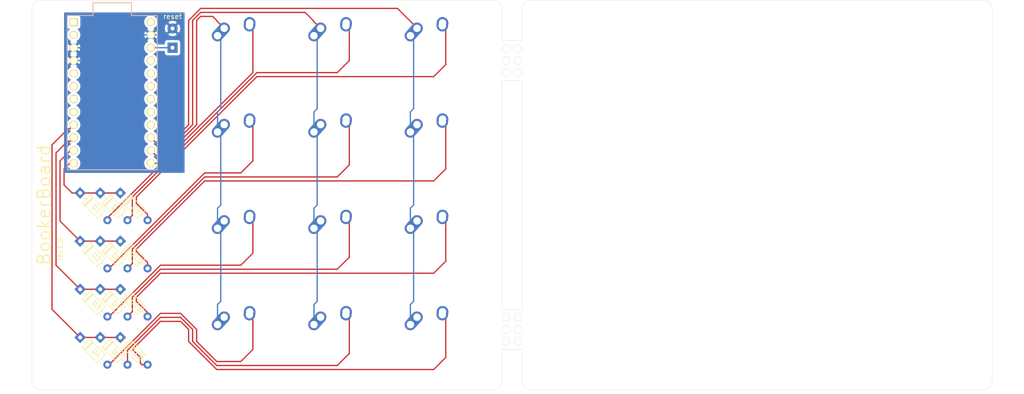
<source format=kicad_pcb>
(kicad_pcb (version 20171130) (host pcbnew "(5.1.5)-3")

  (general
    (thickness 1.6)
    (drawings 40)
    (tracks 201)
    (zones 0)
    (modules 34)
    (nets 35)
  )

  (page A4)
  (layers
    (0 F.Cu signal)
    (31 B.Cu signal)
    (32 B.Adhes user)
    (33 F.Adhes user)
    (34 B.Paste user)
    (35 F.Paste user)
    (36 B.SilkS user)
    (37 F.SilkS user)
    (38 B.Mask user)
    (39 F.Mask user)
    (40 Dwgs.User user)
    (41 Cmts.User user)
    (42 Eco1.User user)
    (43 Eco2.User user)
    (44 Edge.Cuts user)
    (45 Margin user)
    (46 B.CrtYd user)
    (47 F.CrtYd user)
    (48 B.Fab user)
    (49 F.Fab user)
  )

  (setup
    (last_trace_width 0.25)
    (trace_clearance 0.2)
    (zone_clearance 0.508)
    (zone_45_only no)
    (trace_min 0.2)
    (via_size 0.8)
    (via_drill 0.4)
    (via_min_size 0.4)
    (via_min_drill 0.3)
    (uvia_size 0.3)
    (uvia_drill 0.1)
    (uvias_allowed no)
    (uvia_min_size 0.2)
    (uvia_min_drill 0.1)
    (edge_width 0.05)
    (segment_width 0.2)
    (pcb_text_width 0.3)
    (pcb_text_size 1.5 1.5)
    (mod_edge_width 0.12)
    (mod_text_size 1 1)
    (mod_text_width 0.15)
    (pad_size 1.524 1.524)
    (pad_drill 0.762)
    (pad_to_mask_clearance 0.051)
    (solder_mask_min_width 0.25)
    (aux_axis_origin 0 0)
    (grid_origin 146.84375 51.59375)
    (visible_elements FFFFFF7F)
    (pcbplotparams
      (layerselection 0x010fc_ffffffff)
      (usegerberextensions false)
      (usegerberattributes false)
      (usegerberadvancedattributes false)
      (creategerberjobfile false)
      (excludeedgelayer true)
      (linewidth 0.100000)
      (plotframeref false)
      (viasonmask false)
      (mode 1)
      (useauxorigin false)
      (hpglpennumber 1)
      (hpglpenspeed 20)
      (hpglpendiameter 15.000000)
      (psnegative false)
      (psa4output false)
      (plotreference true)
      (plotvalue true)
      (plotinvisibletext false)
      (padsonsilk false)
      (subtractmaskfromsilk false)
      (outputformat 1)
      (mirror false)
      (drillshape 1)
      (scaleselection 1)
      (outputdirectory ""))
  )

  (net 0 "")
  (net 1 "Net-(D1-Pad2)")
  (net 2 row0)
  (net 3 "Net-(D2-Pad2)")
  (net 4 row1)
  (net 5 "Net-(D3-Pad2)")
  (net 6 row2)
  (net 7 "Net-(D4-Pad2)")
  (net 8 row3)
  (net 9 "Net-(D5-Pad2)")
  (net 10 "Net-(D6-Pad2)")
  (net 11 "Net-(D7-Pad2)")
  (net 12 "Net-(D8-Pad2)")
  (net 13 "Net-(D9-Pad2)")
  (net 14 "Net-(D10-Pad2)")
  (net 15 "Net-(D11-Pad2)")
  (net 16 "Net-(D12-Pad2)")
  (net 17 gnd)
  (net 18 rst)
  (net 19 col0)
  (net 20 col1)
  (net 21 col2)
  (net 22 "Net-(U1-Pad24)")
  (net 23 "Net-(U1-Pad21)")
  (net 24 "Net-(U1-Pad20)")
  (net 25 "Net-(U1-Pad19)")
  (net 26 "Net-(U1-Pad18)")
  (net 27 "Net-(U1-Pad17)")
  (net 28 "Net-(U1-Pad16)")
  (net 29 "Net-(U1-Pad8)")
  (net 30 "Net-(U1-Pad7)")
  (net 31 "Net-(U1-Pad6)")
  (net 32 "Net-(U1-Pad5)")
  (net 33 "Net-(U1-Pad2)")
  (net 34 "Net-(U1-Pad1)")

  (net_class Default "This is the default net class."
    (clearance 0.2)
    (trace_width 0.25)
    (via_dia 0.8)
    (via_drill 0.4)
    (uvia_dia 0.3)
    (uvia_drill 0.1)
    (add_net "Net-(D1-Pad2)")
    (add_net "Net-(D10-Pad2)")
    (add_net "Net-(D11-Pad2)")
    (add_net "Net-(D12-Pad2)")
    (add_net "Net-(D2-Pad2)")
    (add_net "Net-(D3-Pad2)")
    (add_net "Net-(D4-Pad2)")
    (add_net "Net-(D5-Pad2)")
    (add_net "Net-(D6-Pad2)")
    (add_net "Net-(D7-Pad2)")
    (add_net "Net-(D8-Pad2)")
    (add_net "Net-(D9-Pad2)")
    (add_net "Net-(U1-Pad1)")
    (add_net "Net-(U1-Pad16)")
    (add_net "Net-(U1-Pad17)")
    (add_net "Net-(U1-Pad18)")
    (add_net "Net-(U1-Pad19)")
    (add_net "Net-(U1-Pad2)")
    (add_net "Net-(U1-Pad20)")
    (add_net "Net-(U1-Pad21)")
    (add_net "Net-(U1-Pad24)")
    (add_net "Net-(U1-Pad5)")
    (add_net "Net-(U1-Pad6)")
    (add_net "Net-(U1-Pad7)")
    (add_net "Net-(U1-Pad8)")
    (add_net col0)
    (add_net col1)
    (add_net col2)
    (add_net gnd)
    (add_net row0)
    (add_net row1)
    (add_net row2)
    (add_net row3)
    (add_net rst)
  )

  (module MountingHole:MountingHole_2.2mm_M2 (layer F.Cu) (tedit 56D1B4CB) (tstamp 5EA19D3E)
    (at 236.5375 38.89375)
    (descr "Mounting Hole 2.2mm, no annular, M2")
    (tags "mounting hole 2.2mm no annular m2")
    (attr virtual)
    (fp_text reference REF** (at 0 -3.2) (layer F.SilkS) hide
      (effects (font (size 1 1) (thickness 0.15)))
    )
    (fp_text value MountingHole_2.2mm_M2 (at 0 3.2) (layer F.Fab)
      (effects (font (size 1 1) (thickness 0.15)))
    )
    (fp_text user %R (at 0.3 0) (layer F.Fab)
      (effects (font (size 1 1) (thickness 0.15)))
    )
    (fp_circle (center 0 0) (end 2.2 0) (layer Cmts.User) (width 0.15))
    (fp_circle (center 0 0) (end 2.45 0) (layer F.CrtYd) (width 0.05))
    (pad 1 np_thru_hole circle (at 0 0) (size 2.2 2.2) (drill 2.2) (layers *.Cu *.Mask))
  )

  (module MountingHole:MountingHole_2.2mm_M2 (layer F.Cu) (tedit 56D1B4CB) (tstamp 5EA19D37)
    (at 236.5375 109.5375)
    (descr "Mounting Hole 2.2mm, no annular, M2")
    (tags "mounting hole 2.2mm no annular m2")
    (attr virtual)
    (fp_text reference REF** (at 0 -3.2) (layer F.SilkS) hide
      (effects (font (size 1 1) (thickness 0.15)))
    )
    (fp_text value MountingHole_2.2mm_M2 (at 0 3.2) (layer F.Fab)
      (effects (font (size 1 1) (thickness 0.15)))
    )
    (fp_text user %R (at 0.3 0) (layer F.Fab)
      (effects (font (size 1 1) (thickness 0.15)))
    )
    (fp_circle (center 0 0) (end 2.2 0) (layer Cmts.User) (width 0.15))
    (fp_circle (center 0 0) (end 2.45 0) (layer F.CrtYd) (width 0.05))
    (pad 1 np_thru_hole circle (at 0 0) (size 2.2 2.2) (drill 2.2) (layers *.Cu *.Mask))
  )

  (module MountingHole:MountingHole_2.2mm_M2 (layer F.Cu) (tedit 56D1B4CB) (tstamp 5EA19D30)
    (at 150.01875 109.5375)
    (descr "Mounting Hole 2.2mm, no annular, M2")
    (tags "mounting hole 2.2mm no annular m2")
    (attr virtual)
    (fp_text reference REF** (at 0 -3.2) (layer F.SilkS) hide
      (effects (font (size 1 1) (thickness 0.15)))
    )
    (fp_text value MountingHole_2.2mm_M2 (at 0 3.2) (layer F.Fab)
      (effects (font (size 1 1) (thickness 0.15)))
    )
    (fp_text user %R (at 0.3 0) (layer F.Fab)
      (effects (font (size 1 1) (thickness 0.15)))
    )
    (fp_circle (center 0 0) (end 2.2 0) (layer Cmts.User) (width 0.15))
    (fp_circle (center 0 0) (end 2.45 0) (layer F.CrtYd) (width 0.05))
    (pad 1 np_thru_hole circle (at 0 0) (size 2.2 2.2) (drill 2.2) (layers *.Cu *.Mask))
  )

  (module MountingHole:MountingHole_2.2mm_M2 (layer F.Cu) (tedit 56D1B4CB) (tstamp 5EA19D29)
    (at 150.01875 38.89375)
    (descr "Mounting Hole 2.2mm, no annular, M2")
    (tags "mounting hole 2.2mm no annular m2")
    (attr virtual)
    (fp_text reference REF** (at 0 -3.2) (layer F.SilkS) hide
      (effects (font (size 1 1) (thickness 0.15)))
    )
    (fp_text value MountingHole_2.2mm_M2 (at 0 3.2) (layer F.Fab)
      (effects (font (size 1 1) (thickness 0.15)))
    )
    (fp_text user %R (at 0.3 0) (layer F.Fab)
      (effects (font (size 1 1) (thickness 0.15)))
    )
    (fp_circle (center 0 0) (end 2.2 0) (layer Cmts.User) (width 0.15))
    (fp_circle (center 0 0) (end 2.45 0) (layer F.CrtYd) (width 0.05))
    (pad 1 np_thru_hole circle (at 0 0) (size 2.2 2.2) (drill 2.2) (layers *.Cu *.Mask))
  )

  (module Diode_THT:D_DO-35_SOD27_P7.62mm_Horizontal (layer F.Cu) (tedit 5AE50CD5) (tstamp 5EA0FA3D)
    (at 67.46875 102.39375 315)
    (descr "Diode, DO-35_SOD27 series, Axial, Horizontal, pin pitch=7.62mm, , length*diameter=4*2mm^2, , http://www.diodes.com/_files/packages/DO-35.pdf")
    (tags "Diode DO-35_SOD27 series Axial Horizontal pin pitch 7.62mm  length 4mm diameter 2mm")
    (path /5EA31099)
    (fp_text reference D12 (at 4.490128 0 135) (layer F.SilkS)
      (effects (font (size 1 1) (thickness 0.15)))
    )
    (fp_text value D_Small (at 3.81 2.12 135) (layer F.Fab)
      (effects (font (size 1 1) (thickness 0.15)))
    )
    (fp_text user K (at 0 -1.8 135) (layer F.SilkS) hide
      (effects (font (size 1 1) (thickness 0.15)))
    )
    (fp_text user K (at 0 -1.8 135) (layer F.Fab)
      (effects (font (size 1 1) (thickness 0.15)))
    )
    (fp_text user %R (at 4.11 0 135) (layer F.Fab)
      (effects (font (size 0.8 0.8) (thickness 0.12)))
    )
    (fp_line (start 8.67 -1.25) (end -1.05 -1.25) (layer F.CrtYd) (width 0.05))
    (fp_line (start 8.67 1.25) (end 8.67 -1.25) (layer F.CrtYd) (width 0.05))
    (fp_line (start -1.05 1.25) (end 8.67 1.25) (layer F.CrtYd) (width 0.05))
    (fp_line (start -1.05 -1.25) (end -1.05 1.25) (layer F.CrtYd) (width 0.05))
    (fp_line (start 2.29 -1.12) (end 2.29 1.12) (layer F.SilkS) (width 0.12))
    (fp_line (start 2.53 -1.12) (end 2.53 1.12) (layer F.SilkS) (width 0.12))
    (fp_line (start 2.41 -1.12) (end 2.41 1.12) (layer F.SilkS) (width 0.12))
    (fp_line (start 6.58 0) (end 5.93 0) (layer F.SilkS) (width 0.12))
    (fp_line (start 1.04 0) (end 1.69 0) (layer F.SilkS) (width 0.12))
    (fp_line (start 5.93 -1.12) (end 1.69 -1.12) (layer F.SilkS) (width 0.12))
    (fp_line (start 5.93 1.12) (end 5.93 -1.12) (layer F.SilkS) (width 0.12))
    (fp_line (start 1.69 1.12) (end 5.93 1.12) (layer F.SilkS) (width 0.12))
    (fp_line (start 1.69 -1.12) (end 1.69 1.12) (layer F.SilkS) (width 0.12))
    (fp_line (start 2.31 -1) (end 2.31 1) (layer F.Fab) (width 0.1))
    (fp_line (start 2.51 -1) (end 2.51 1) (layer F.Fab) (width 0.1))
    (fp_line (start 2.41 -1) (end 2.41 1) (layer F.Fab) (width 0.1))
    (fp_line (start 7.62 0) (end 5.81 0) (layer F.Fab) (width 0.1))
    (fp_line (start 0 0) (end 1.81 0) (layer F.Fab) (width 0.1))
    (fp_line (start 5.81 -1) (end 1.81 -1) (layer F.Fab) (width 0.1))
    (fp_line (start 5.81 1) (end 5.81 -1) (layer F.Fab) (width 0.1))
    (fp_line (start 1.81 1) (end 5.81 1) (layer F.Fab) (width 0.1))
    (fp_line (start 1.81 -1) (end 1.81 1) (layer F.Fab) (width 0.1))
    (pad 2 thru_hole oval (at 7.62 0 315) (size 1.6 1.6) (drill 0.8) (layers *.Cu *.Mask)
      (net 16 "Net-(D12-Pad2)"))
    (pad 1 thru_hole rect (at 0 0 315) (size 1.6 1.6) (drill 0.8) (layers *.Cu *.Mask)
      (net 8 row3))
    (model ${KISYS3DMOD}/Diode_THT.3dshapes/D_DO-35_SOD27_P7.62mm_Horizontal.wrl
      (at (xyz 0 0 0))
      (scale (xyz 1 1 1))
      (rotate (xyz 0 0 0))
    )
  )

  (module MountingHole:MountingHole_2.2mm_M2 (layer F.Cu) (tedit 56D1B4CB) (tstamp 5EA18E38)
    (at 139.7 109.5375)
    (descr "Mounting Hole 2.2mm, no annular, M2")
    (tags "mounting hole 2.2mm no annular m2")
    (attr virtual)
    (fp_text reference REF** (at 0 -3.2) (layer F.SilkS) hide
      (effects (font (size 1 1) (thickness 0.15)))
    )
    (fp_text value MountingHole_2.2mm_M2 (at 0 3.2) (layer F.Fab)
      (effects (font (size 1 1) (thickness 0.15)))
    )
    (fp_circle (center 0 0) (end 2.45 0) (layer F.CrtYd) (width 0.05))
    (fp_circle (center 0 0) (end 2.2 0) (layer Cmts.User) (width 0.15))
    (fp_text user %R (at 0.3 0) (layer F.Fab)
      (effects (font (size 1 1) (thickness 0.15)))
    )
    (pad 1 np_thru_hole circle (at 0 0) (size 2.2 2.2) (drill 2.2) (layers *.Cu *.Mask))
  )

  (module MountingHole:MountingHole_2.2mm_M2 (layer F.Cu) (tedit 56D1B4CB) (tstamp 5EA18DF6)
    (at 139.7 38.89375)
    (descr "Mounting Hole 2.2mm, no annular, M2")
    (tags "mounting hole 2.2mm no annular m2")
    (attr virtual)
    (fp_text reference REF** (at 0 -3.2) (layer F.SilkS) hide
      (effects (font (size 1 1) (thickness 0.15)))
    )
    (fp_text value MountingHole_2.2mm_M2 (at 0 3.2) (layer F.Fab)
      (effects (font (size 1 1) (thickness 0.15)))
    )
    (fp_circle (center 0 0) (end 2.45 0) (layer F.CrtYd) (width 0.05))
    (fp_circle (center 0 0) (end 2.2 0) (layer Cmts.User) (width 0.15))
    (fp_text user %R (at 0.3 0) (layer F.Fab)
      (effects (font (size 1 1) (thickness 0.15)))
    )
    (pad 1 np_thru_hole circle (at 0 0) (size 2.2 2.2) (drill 2.2) (layers *.Cu *.Mask))
  )

  (module MountingHole:MountingHole_2.2mm_M2 (layer F.Cu) (tedit 56D1B4CB) (tstamp 5EA18D5D)
    (at 53.18125 38.89375)
    (descr "Mounting Hole 2.2mm, no annular, M2")
    (tags "mounting hole 2.2mm no annular m2")
    (attr virtual)
    (fp_text reference REF** (at 0 -3.2) (layer F.SilkS) hide
      (effects (font (size 1 1) (thickness 0.15)))
    )
    (fp_text value MountingHole_2.2mm_M2 (at 0 3.2) (layer F.Fab)
      (effects (font (size 1 1) (thickness 0.15)))
    )
    (fp_circle (center 0 0) (end 2.45 0) (layer F.CrtYd) (width 0.05))
    (fp_circle (center 0 0) (end 2.2 0) (layer Cmts.User) (width 0.15))
    (fp_text user %R (at 0.3 0) (layer F.Fab)
      (effects (font (size 1 1) (thickness 0.15)))
    )
    (pad 1 np_thru_hole circle (at 0 0) (size 2.2 2.2) (drill 2.2) (layers *.Cu *.Mask))
  )

  (module MountingHole:MountingHole_2.2mm_M2 (layer F.Cu) (tedit 56D1B4CB) (tstamp 5EA18D1A)
    (at 53.18125 109.5375)
    (descr "Mounting Hole 2.2mm, no annular, M2")
    (tags "mounting hole 2.2mm no annular m2")
    (attr virtual)
    (fp_text reference REF** (at 0 -3.2) (layer F.SilkS) hide
      (effects (font (size 1 1) (thickness 0.15)))
    )
    (fp_text value MountingHole_2.2mm_M2 (at 0 3.2) (layer F.Fab)
      (effects (font (size 1 1) (thickness 0.15)))
    )
    (fp_circle (center 0 0) (end 2.45 0) (layer F.CrtYd) (width 0.05))
    (fp_circle (center 0 0) (end 2.2 0) (layer Cmts.User) (width 0.15))
    (fp_text user %R (at 0.3 0) (layer F.Fab)
      (effects (font (size 1 1) (thickness 0.15)))
    )
    (pad 1 np_thru_hole circle (at 0 0) (size 2.2 2.2) (drill 2.2) (layers *.Cu *.Mask))
  )

  (module promicro:ProMicro (layer F.Cu) (tedit 5A06A962) (tstamp 5EA0FB88)
    (at 65.88125 53.975 270)
    (descr "Pro Micro footprint")
    (tags "promicro ProMicro")
    (path /5EA17D41)
    (fp_text reference U1 (at 0 -10.16 90) (layer F.SilkS) hide
      (effects (font (size 1 1) (thickness 0.15)))
    )
    (fp_text value ProMicro (at 0 10.16 90) (layer F.Fab)
      (effects (font (size 1 1) (thickness 0.15)))
    )
    (fp_line (start 15.24 -8.89) (end 15.24 8.89) (layer F.SilkS) (width 0.15))
    (fp_line (start -15.24 -8.89) (end 15.24 -8.89) (layer F.SilkS) (width 0.15))
    (fp_line (start -15.24 -3.81) (end -15.24 -8.89) (layer F.SilkS) (width 0.15))
    (fp_line (start -17.78 -3.81) (end -15.24 -3.81) (layer F.SilkS) (width 0.15))
    (fp_line (start -17.78 3.81) (end -17.78 -3.81) (layer F.SilkS) (width 0.15))
    (fp_line (start -15.24 3.81) (end -17.78 3.81) (layer F.SilkS) (width 0.15))
    (fp_line (start -15.24 8.89) (end -15.24 3.81) (layer F.SilkS) (width 0.15))
    (fp_line (start -15.24 8.89) (end 15.24 8.89) (layer F.SilkS) (width 0.15))
    (fp_line (start -15.24 -8.89) (end 15.24 -8.89) (layer B.SilkS) (width 0.15))
    (fp_line (start -15.24 -3.81) (end -15.24 -8.89) (layer B.SilkS) (width 0.15))
    (fp_line (start -17.78 -3.81) (end -15.24 -3.81) (layer B.SilkS) (width 0.15))
    (fp_line (start -17.78 3.81) (end -17.78 -3.81) (layer B.SilkS) (width 0.15))
    (fp_line (start -15.24 3.81) (end -17.78 3.81) (layer B.SilkS) (width 0.15))
    (fp_line (start -15.24 8.89) (end -15.24 3.81) (layer B.SilkS) (width 0.15))
    (fp_line (start 15.24 8.89) (end -15.24 8.89) (layer B.SilkS) (width 0.15))
    (fp_line (start 15.24 -8.89) (end 15.24 8.89) (layer B.SilkS) (width 0.15))
    (pad 24 thru_hole circle (at -13.97 -7.62 270) (size 1.6 1.6) (drill 1.1) (layers *.Cu *.Mask F.SilkS)
      (net 22 "Net-(U1-Pad24)"))
    (pad 23 thru_hole circle (at -11.43 -7.62 270) (size 1.6 1.6) (drill 1.1) (layers *.Cu *.Mask F.SilkS)
      (net 17 gnd))
    (pad 22 thru_hole circle (at -8.89 -7.62 270) (size 1.6 1.6) (drill 1.1) (layers *.Cu *.Mask F.SilkS)
      (net 18 rst))
    (pad 21 thru_hole circle (at -6.35 -7.62 270) (size 1.6 1.6) (drill 1.1) (layers *.Cu *.Mask F.SilkS)
      (net 23 "Net-(U1-Pad21)"))
    (pad 20 thru_hole circle (at -3.81 -7.62 270) (size 1.6 1.6) (drill 1.1) (layers *.Cu *.Mask F.SilkS)
      (net 24 "Net-(U1-Pad20)"))
    (pad 19 thru_hole circle (at -1.27 -7.62 270) (size 1.6 1.6) (drill 1.1) (layers *.Cu *.Mask F.SilkS)
      (net 25 "Net-(U1-Pad19)"))
    (pad 18 thru_hole circle (at 1.27 -7.62 270) (size 1.6 1.6) (drill 1.1) (layers *.Cu *.Mask F.SilkS)
      (net 26 "Net-(U1-Pad18)"))
    (pad 17 thru_hole circle (at 3.81 -7.62 270) (size 1.6 1.6) (drill 1.1) (layers *.Cu *.Mask F.SilkS)
      (net 27 "Net-(U1-Pad17)"))
    (pad 16 thru_hole circle (at 6.35 -7.62 270) (size 1.6 1.6) (drill 1.1) (layers *.Cu *.Mask F.SilkS)
      (net 28 "Net-(U1-Pad16)"))
    (pad 15 thru_hole circle (at 8.89 -7.62 270) (size 1.6 1.6) (drill 1.1) (layers *.Cu *.Mask F.SilkS)
      (net 21 col2))
    (pad 14 thru_hole circle (at 11.43 -7.62 270) (size 1.6 1.6) (drill 1.1) (layers *.Cu *.Mask F.SilkS)
      (net 20 col1))
    (pad 13 thru_hole circle (at 13.97 -7.62 270) (size 1.6 1.6) (drill 1.1) (layers *.Cu *.Mask F.SilkS)
      (net 19 col0))
    (pad 12 thru_hole circle (at 13.97 7.62 270) (size 1.6 1.6) (drill 1.1) (layers *.Cu *.Mask F.SilkS)
      (net 2 row0))
    (pad 11 thru_hole circle (at 11.43 7.62 270) (size 1.6 1.6) (drill 1.1) (layers *.Cu *.Mask F.SilkS)
      (net 4 row1))
    (pad 10 thru_hole circle (at 8.89 7.62 270) (size 1.6 1.6) (drill 1.1) (layers *.Cu *.Mask F.SilkS)
      (net 6 row2))
    (pad 9 thru_hole circle (at 6.35 7.62 270) (size 1.6 1.6) (drill 1.1) (layers *.Cu *.Mask F.SilkS)
      (net 8 row3))
    (pad 8 thru_hole circle (at 3.81 7.62 270) (size 1.6 1.6) (drill 1.1) (layers *.Cu *.Mask F.SilkS)
      (net 29 "Net-(U1-Pad8)"))
    (pad 7 thru_hole circle (at 1.27 7.62 270) (size 1.6 1.6) (drill 1.1) (layers *.Cu *.Mask F.SilkS)
      (net 30 "Net-(U1-Pad7)"))
    (pad 6 thru_hole circle (at -1.27 7.62 270) (size 1.6 1.6) (drill 1.1) (layers *.Cu *.Mask F.SilkS)
      (net 31 "Net-(U1-Pad6)"))
    (pad 5 thru_hole circle (at -3.81 7.62 270) (size 1.6 1.6) (drill 1.1) (layers *.Cu *.Mask F.SilkS)
      (net 32 "Net-(U1-Pad5)"))
    (pad 4 thru_hole circle (at -6.35 7.62 270) (size 1.6 1.6) (drill 1.1) (layers *.Cu *.Mask F.SilkS)
      (net 17 gnd))
    (pad 3 thru_hole circle (at -8.89 7.62 270) (size 1.6 1.6) (drill 1.1) (layers *.Cu *.Mask F.SilkS)
      (net 17 gnd))
    (pad 2 thru_hole circle (at -11.43 7.62 270) (size 1.6 1.6) (drill 1.1) (layers *.Cu *.Mask F.SilkS)
      (net 33 "Net-(U1-Pad2)"))
    (pad 1 thru_hole rect (at -13.97 7.62 270) (size 1.6 1.6) (drill 1.1) (layers *.Cu *.Mask F.SilkS)
      (net 34 "Net-(U1-Pad1)"))
  )

  (module MX_Alps_Hybrid:MX-1U-NoLED (layer F.Cu) (tedit 5A9F5203) (tstamp 5EA0FB5C)
    (at 128.5875 102.39375)
    (path /5EA12011)
    (fp_text reference MX12 (at 0 3.175) (layer Dwgs.User)
      (effects (font (size 1 1) (thickness 0.15)))
    )
    (fp_text value MX-NoLED (at 0 -7.9375) (layer Dwgs.User)
      (effects (font (size 1 1) (thickness 0.15)))
    )
    (fp_line (start -9.525 9.525) (end -9.525 -9.525) (layer Dwgs.User) (width 0.15))
    (fp_line (start 9.525 9.525) (end -9.525 9.525) (layer Dwgs.User) (width 0.15))
    (fp_line (start 9.525 -9.525) (end 9.525 9.525) (layer Dwgs.User) (width 0.15))
    (fp_line (start -9.525 -9.525) (end 9.525 -9.525) (layer Dwgs.User) (width 0.15))
    (fp_line (start -7 -7) (end -7 -5) (layer Dwgs.User) (width 0.15))
    (fp_line (start -5 -7) (end -7 -7) (layer Dwgs.User) (width 0.15))
    (fp_line (start -7 7) (end -5 7) (layer Dwgs.User) (width 0.15))
    (fp_line (start -7 5) (end -7 7) (layer Dwgs.User) (width 0.15))
    (fp_line (start 7 7) (end 7 5) (layer Dwgs.User) (width 0.15))
    (fp_line (start 5 7) (end 7 7) (layer Dwgs.User) (width 0.15))
    (fp_line (start 7 -7) (end 7 -5) (layer Dwgs.User) (width 0.15))
    (fp_line (start 5 -7) (end 7 -7) (layer Dwgs.User) (width 0.15))
    (pad "" np_thru_hole circle (at 5.08 0 48.0996) (size 1.75 1.75) (drill 1.75) (layers *.Cu *.Mask))
    (pad "" np_thru_hole circle (at -5.08 0 48.0996) (size 1.75 1.75) (drill 1.75) (layers *.Cu *.Mask))
    (pad 1 thru_hole circle (at -2.5 -4) (size 2.25 2.25) (drill 1.47) (layers *.Cu B.Mask)
      (net 21 col2))
    (pad "" np_thru_hole circle (at 0 0) (size 3.9878 3.9878) (drill 3.9878) (layers *.Cu *.Mask))
    (pad 1 thru_hole oval (at -3.81 -2.54 48.0996) (size 4.211556 2.25) (drill 1.47 (offset 0.980778 0)) (layers *.Cu B.Mask)
      (net 21 col2))
    (pad 2 thru_hole circle (at 2.54 -5.08) (size 2.25 2.25) (drill 1.47) (layers *.Cu B.Mask)
      (net 16 "Net-(D12-Pad2)"))
    (pad 2 thru_hole oval (at 2.5 -4.5 86.0548) (size 2.831378 2.25) (drill 1.47 (offset 0.290689 0)) (layers *.Cu B.Mask)
      (net 16 "Net-(D12-Pad2)"))
  )

  (module MX_Alps_Hybrid:MX-1U-NoLED (layer F.Cu) (tedit 5A9F5203) (tstamp 5EA0FB45)
    (at 128.5875 83.34375)
    (path /5EA10109)
    (fp_text reference MX11 (at 0 3.175) (layer Dwgs.User)
      (effects (font (size 1 1) (thickness 0.15)))
    )
    (fp_text value MX-NoLED (at 0 -7.9375) (layer Dwgs.User)
      (effects (font (size 1 1) (thickness 0.15)))
    )
    (fp_line (start -9.525 9.525) (end -9.525 -9.525) (layer Dwgs.User) (width 0.15))
    (fp_line (start 9.525 9.525) (end -9.525 9.525) (layer Dwgs.User) (width 0.15))
    (fp_line (start 9.525 -9.525) (end 9.525 9.525) (layer Dwgs.User) (width 0.15))
    (fp_line (start -9.525 -9.525) (end 9.525 -9.525) (layer Dwgs.User) (width 0.15))
    (fp_line (start -7 -7) (end -7 -5) (layer Dwgs.User) (width 0.15))
    (fp_line (start -5 -7) (end -7 -7) (layer Dwgs.User) (width 0.15))
    (fp_line (start -7 7) (end -5 7) (layer Dwgs.User) (width 0.15))
    (fp_line (start -7 5) (end -7 7) (layer Dwgs.User) (width 0.15))
    (fp_line (start 7 7) (end 7 5) (layer Dwgs.User) (width 0.15))
    (fp_line (start 5 7) (end 7 7) (layer Dwgs.User) (width 0.15))
    (fp_line (start 7 -7) (end 7 -5) (layer Dwgs.User) (width 0.15))
    (fp_line (start 5 -7) (end 7 -7) (layer Dwgs.User) (width 0.15))
    (pad "" np_thru_hole circle (at 5.08 0 48.0996) (size 1.75 1.75) (drill 1.75) (layers *.Cu *.Mask))
    (pad "" np_thru_hole circle (at -5.08 0 48.0996) (size 1.75 1.75) (drill 1.75) (layers *.Cu *.Mask))
    (pad 1 thru_hole circle (at -2.5 -4) (size 2.25 2.25) (drill 1.47) (layers *.Cu B.Mask)
      (net 21 col2))
    (pad "" np_thru_hole circle (at 0 0) (size 3.9878 3.9878) (drill 3.9878) (layers *.Cu *.Mask))
    (pad 1 thru_hole oval (at -3.81 -2.54 48.0996) (size 4.211556 2.25) (drill 1.47 (offset 0.980778 0)) (layers *.Cu B.Mask)
      (net 21 col2))
    (pad 2 thru_hole circle (at 2.54 -5.08) (size 2.25 2.25) (drill 1.47) (layers *.Cu B.Mask)
      (net 15 "Net-(D11-Pad2)"))
    (pad 2 thru_hole oval (at 2.5 -4.5 86.0548) (size 2.831378 2.25) (drill 1.47 (offset 0.290689 0)) (layers *.Cu B.Mask)
      (net 15 "Net-(D11-Pad2)"))
  )

  (module MX_Alps_Hybrid:MX-1U-NoLED (layer F.Cu) (tedit 5A9F5203) (tstamp 5EA0FB2E)
    (at 128.5875 64.29375)
    (path /5EA0E16F)
    (fp_text reference MX10 (at 0 3.175) (layer Dwgs.User)
      (effects (font (size 1 1) (thickness 0.15)))
    )
    (fp_text value MX-NoLED (at 0 -7.9375) (layer Dwgs.User)
      (effects (font (size 1 1) (thickness 0.15)))
    )
    (fp_line (start -9.525 9.525) (end -9.525 -9.525) (layer Dwgs.User) (width 0.15))
    (fp_line (start 9.525 9.525) (end -9.525 9.525) (layer Dwgs.User) (width 0.15))
    (fp_line (start 9.525 -9.525) (end 9.525 9.525) (layer Dwgs.User) (width 0.15))
    (fp_line (start -9.525 -9.525) (end 9.525 -9.525) (layer Dwgs.User) (width 0.15))
    (fp_line (start -7 -7) (end -7 -5) (layer Dwgs.User) (width 0.15))
    (fp_line (start -5 -7) (end -7 -7) (layer Dwgs.User) (width 0.15))
    (fp_line (start -7 7) (end -5 7) (layer Dwgs.User) (width 0.15))
    (fp_line (start -7 5) (end -7 7) (layer Dwgs.User) (width 0.15))
    (fp_line (start 7 7) (end 7 5) (layer Dwgs.User) (width 0.15))
    (fp_line (start 5 7) (end 7 7) (layer Dwgs.User) (width 0.15))
    (fp_line (start 7 -7) (end 7 -5) (layer Dwgs.User) (width 0.15))
    (fp_line (start 5 -7) (end 7 -7) (layer Dwgs.User) (width 0.15))
    (pad "" np_thru_hole circle (at 5.08 0 48.0996) (size 1.75 1.75) (drill 1.75) (layers *.Cu *.Mask))
    (pad "" np_thru_hole circle (at -5.08 0 48.0996) (size 1.75 1.75) (drill 1.75) (layers *.Cu *.Mask))
    (pad 1 thru_hole circle (at -2.5 -4) (size 2.25 2.25) (drill 1.47) (layers *.Cu B.Mask)
      (net 21 col2))
    (pad "" np_thru_hole circle (at 0 0) (size 3.9878 3.9878) (drill 3.9878) (layers *.Cu *.Mask))
    (pad 1 thru_hole oval (at -3.81 -2.54 48.0996) (size 4.211556 2.25) (drill 1.47 (offset 0.980778 0)) (layers *.Cu B.Mask)
      (net 21 col2))
    (pad 2 thru_hole circle (at 2.54 -5.08) (size 2.25 2.25) (drill 1.47) (layers *.Cu B.Mask)
      (net 14 "Net-(D10-Pad2)"))
    (pad 2 thru_hole oval (at 2.5 -4.5 86.0548) (size 2.831378 2.25) (drill 1.47 (offset 0.290689 0)) (layers *.Cu B.Mask)
      (net 14 "Net-(D10-Pad2)"))
  )

  (module MX_Alps_Hybrid:MX-1U-NoLED (layer F.Cu) (tedit 5A9F5203) (tstamp 5EA0FB17)
    (at 128.5875 45.24375)
    (path /5EA0B2DC)
    (fp_text reference MX9 (at 0 3.175) (layer Dwgs.User)
      (effects (font (size 1 1) (thickness 0.15)))
    )
    (fp_text value MX-NoLED (at 0 -7.9375) (layer Dwgs.User)
      (effects (font (size 1 1) (thickness 0.15)))
    )
    (fp_line (start -9.525 9.525) (end -9.525 -9.525) (layer Dwgs.User) (width 0.15))
    (fp_line (start 9.525 9.525) (end -9.525 9.525) (layer Dwgs.User) (width 0.15))
    (fp_line (start 9.525 -9.525) (end 9.525 9.525) (layer Dwgs.User) (width 0.15))
    (fp_line (start -9.525 -9.525) (end 9.525 -9.525) (layer Dwgs.User) (width 0.15))
    (fp_line (start -7 -7) (end -7 -5) (layer Dwgs.User) (width 0.15))
    (fp_line (start -5 -7) (end -7 -7) (layer Dwgs.User) (width 0.15))
    (fp_line (start -7 7) (end -5 7) (layer Dwgs.User) (width 0.15))
    (fp_line (start -7 5) (end -7 7) (layer Dwgs.User) (width 0.15))
    (fp_line (start 7 7) (end 7 5) (layer Dwgs.User) (width 0.15))
    (fp_line (start 5 7) (end 7 7) (layer Dwgs.User) (width 0.15))
    (fp_line (start 7 -7) (end 7 -5) (layer Dwgs.User) (width 0.15))
    (fp_line (start 5 -7) (end 7 -7) (layer Dwgs.User) (width 0.15))
    (pad "" np_thru_hole circle (at 5.08 0 48.0996) (size 1.75 1.75) (drill 1.75) (layers *.Cu *.Mask))
    (pad "" np_thru_hole circle (at -5.08 0 48.0996) (size 1.75 1.75) (drill 1.75) (layers *.Cu *.Mask))
    (pad 1 thru_hole circle (at -2.5 -4) (size 2.25 2.25) (drill 1.47) (layers *.Cu B.Mask)
      (net 21 col2))
    (pad "" np_thru_hole circle (at 0 0) (size 3.9878 3.9878) (drill 3.9878) (layers *.Cu *.Mask))
    (pad 1 thru_hole oval (at -3.81 -2.54 48.0996) (size 4.211556 2.25) (drill 1.47 (offset 0.980778 0)) (layers *.Cu B.Mask)
      (net 21 col2))
    (pad 2 thru_hole circle (at 2.54 -5.08) (size 2.25 2.25) (drill 1.47) (layers *.Cu B.Mask)
      (net 13 "Net-(D9-Pad2)"))
    (pad 2 thru_hole oval (at 2.5 -4.5 86.0548) (size 2.831378 2.25) (drill 1.47 (offset 0.290689 0)) (layers *.Cu B.Mask)
      (net 13 "Net-(D9-Pad2)"))
  )

  (module MX_Alps_Hybrid:MX-1U-NoLED (layer F.Cu) (tedit 5A9F5203) (tstamp 5EA0FB00)
    (at 109.5375 102.39375)
    (path /5EA119C6)
    (fp_text reference MX8 (at 0 3.175) (layer Dwgs.User)
      (effects (font (size 1 1) (thickness 0.15)))
    )
    (fp_text value MX-NoLED (at 0 -7.9375) (layer Dwgs.User)
      (effects (font (size 1 1) (thickness 0.15)))
    )
    (fp_line (start -9.525 9.525) (end -9.525 -9.525) (layer Dwgs.User) (width 0.15))
    (fp_line (start 9.525 9.525) (end -9.525 9.525) (layer Dwgs.User) (width 0.15))
    (fp_line (start 9.525 -9.525) (end 9.525 9.525) (layer Dwgs.User) (width 0.15))
    (fp_line (start -9.525 -9.525) (end 9.525 -9.525) (layer Dwgs.User) (width 0.15))
    (fp_line (start -7 -7) (end -7 -5) (layer Dwgs.User) (width 0.15))
    (fp_line (start -5 -7) (end -7 -7) (layer Dwgs.User) (width 0.15))
    (fp_line (start -7 7) (end -5 7) (layer Dwgs.User) (width 0.15))
    (fp_line (start -7 5) (end -7 7) (layer Dwgs.User) (width 0.15))
    (fp_line (start 7 7) (end 7 5) (layer Dwgs.User) (width 0.15))
    (fp_line (start 5 7) (end 7 7) (layer Dwgs.User) (width 0.15))
    (fp_line (start 7 -7) (end 7 -5) (layer Dwgs.User) (width 0.15))
    (fp_line (start 5 -7) (end 7 -7) (layer Dwgs.User) (width 0.15))
    (pad "" np_thru_hole circle (at 5.08 0 48.0996) (size 1.75 1.75) (drill 1.75) (layers *.Cu *.Mask))
    (pad "" np_thru_hole circle (at -5.08 0 48.0996) (size 1.75 1.75) (drill 1.75) (layers *.Cu *.Mask))
    (pad 1 thru_hole circle (at -2.5 -4) (size 2.25 2.25) (drill 1.47) (layers *.Cu B.Mask)
      (net 20 col1))
    (pad "" np_thru_hole circle (at 0 0) (size 3.9878 3.9878) (drill 3.9878) (layers *.Cu *.Mask))
    (pad 1 thru_hole oval (at -3.81 -2.54 48.0996) (size 4.211556 2.25) (drill 1.47 (offset 0.980778 0)) (layers *.Cu B.Mask)
      (net 20 col1))
    (pad 2 thru_hole circle (at 2.54 -5.08) (size 2.25 2.25) (drill 1.47) (layers *.Cu B.Mask)
      (net 12 "Net-(D8-Pad2)"))
    (pad 2 thru_hole oval (at 2.5 -4.5 86.0548) (size 2.831378 2.25) (drill 1.47 (offset 0.290689 0)) (layers *.Cu B.Mask)
      (net 12 "Net-(D8-Pad2)"))
  )

  (module MX_Alps_Hybrid:MX-1U-NoLED (layer F.Cu) (tedit 5A9F5203) (tstamp 5EA0FAE9)
    (at 109.5375 83.34375)
    (path /5EA0F9EC)
    (fp_text reference MX7 (at 0 3.175) (layer Dwgs.User)
      (effects (font (size 1 1) (thickness 0.15)))
    )
    (fp_text value MX-NoLED (at 0 -7.9375) (layer Dwgs.User)
      (effects (font (size 1 1) (thickness 0.15)))
    )
    (fp_line (start -9.525 9.525) (end -9.525 -9.525) (layer Dwgs.User) (width 0.15))
    (fp_line (start 9.525 9.525) (end -9.525 9.525) (layer Dwgs.User) (width 0.15))
    (fp_line (start 9.525 -9.525) (end 9.525 9.525) (layer Dwgs.User) (width 0.15))
    (fp_line (start -9.525 -9.525) (end 9.525 -9.525) (layer Dwgs.User) (width 0.15))
    (fp_line (start -7 -7) (end -7 -5) (layer Dwgs.User) (width 0.15))
    (fp_line (start -5 -7) (end -7 -7) (layer Dwgs.User) (width 0.15))
    (fp_line (start -7 7) (end -5 7) (layer Dwgs.User) (width 0.15))
    (fp_line (start -7 5) (end -7 7) (layer Dwgs.User) (width 0.15))
    (fp_line (start 7 7) (end 7 5) (layer Dwgs.User) (width 0.15))
    (fp_line (start 5 7) (end 7 7) (layer Dwgs.User) (width 0.15))
    (fp_line (start 7 -7) (end 7 -5) (layer Dwgs.User) (width 0.15))
    (fp_line (start 5 -7) (end 7 -7) (layer Dwgs.User) (width 0.15))
    (pad "" np_thru_hole circle (at 5.08 0 48.0996) (size 1.75 1.75) (drill 1.75) (layers *.Cu *.Mask))
    (pad "" np_thru_hole circle (at -5.08 0 48.0996) (size 1.75 1.75) (drill 1.75) (layers *.Cu *.Mask))
    (pad 1 thru_hole circle (at -2.5 -4) (size 2.25 2.25) (drill 1.47) (layers *.Cu B.Mask)
      (net 20 col1))
    (pad "" np_thru_hole circle (at 0 0) (size 3.9878 3.9878) (drill 3.9878) (layers *.Cu *.Mask))
    (pad 1 thru_hole oval (at -3.81 -2.54 48.0996) (size 4.211556 2.25) (drill 1.47 (offset 0.980778 0)) (layers *.Cu B.Mask)
      (net 20 col1))
    (pad 2 thru_hole circle (at 2.54 -5.08) (size 2.25 2.25) (drill 1.47) (layers *.Cu B.Mask)
      (net 11 "Net-(D7-Pad2)"))
    (pad 2 thru_hole oval (at 2.5 -4.5 86.0548) (size 2.831378 2.25) (drill 1.47 (offset 0.290689 0)) (layers *.Cu B.Mask)
      (net 11 "Net-(D7-Pad2)"))
  )

  (module MX_Alps_Hybrid:MX-1U-NoLED (layer F.Cu) (tedit 5A9F5203) (tstamp 5EA0FAD2)
    (at 109.5375 64.29375)
    (path /5EA0CA5D)
    (fp_text reference MX6 (at 0 3.175) (layer Dwgs.User)
      (effects (font (size 1 1) (thickness 0.15)))
    )
    (fp_text value MX-NoLED (at 0 -7.9375) (layer Dwgs.User)
      (effects (font (size 1 1) (thickness 0.15)))
    )
    (fp_line (start -9.525 9.525) (end -9.525 -9.525) (layer Dwgs.User) (width 0.15))
    (fp_line (start 9.525 9.525) (end -9.525 9.525) (layer Dwgs.User) (width 0.15))
    (fp_line (start 9.525 -9.525) (end 9.525 9.525) (layer Dwgs.User) (width 0.15))
    (fp_line (start -9.525 -9.525) (end 9.525 -9.525) (layer Dwgs.User) (width 0.15))
    (fp_line (start -7 -7) (end -7 -5) (layer Dwgs.User) (width 0.15))
    (fp_line (start -5 -7) (end -7 -7) (layer Dwgs.User) (width 0.15))
    (fp_line (start -7 7) (end -5 7) (layer Dwgs.User) (width 0.15))
    (fp_line (start -7 5) (end -7 7) (layer Dwgs.User) (width 0.15))
    (fp_line (start 7 7) (end 7 5) (layer Dwgs.User) (width 0.15))
    (fp_line (start 5 7) (end 7 7) (layer Dwgs.User) (width 0.15))
    (fp_line (start 7 -7) (end 7 -5) (layer Dwgs.User) (width 0.15))
    (fp_line (start 5 -7) (end 7 -7) (layer Dwgs.User) (width 0.15))
    (pad "" np_thru_hole circle (at 5.08 0 48.0996) (size 1.75 1.75) (drill 1.75) (layers *.Cu *.Mask))
    (pad "" np_thru_hole circle (at -5.08 0 48.0996) (size 1.75 1.75) (drill 1.75) (layers *.Cu *.Mask))
    (pad 1 thru_hole circle (at -2.5 -4) (size 2.25 2.25) (drill 1.47) (layers *.Cu B.Mask)
      (net 20 col1))
    (pad "" np_thru_hole circle (at 0 0) (size 3.9878 3.9878) (drill 3.9878) (layers *.Cu *.Mask))
    (pad 1 thru_hole oval (at -3.81 -2.54 48.0996) (size 4.211556 2.25) (drill 1.47 (offset 0.980778 0)) (layers *.Cu B.Mask)
      (net 20 col1))
    (pad 2 thru_hole circle (at 2.54 -5.08) (size 2.25 2.25) (drill 1.47) (layers *.Cu B.Mask)
      (net 10 "Net-(D6-Pad2)"))
    (pad 2 thru_hole oval (at 2.5 -4.5 86.0548) (size 2.831378 2.25) (drill 1.47 (offset 0.290689 0)) (layers *.Cu B.Mask)
      (net 10 "Net-(D6-Pad2)"))
  )

  (module MX_Alps_Hybrid:MX-1U-NoLED (layer F.Cu) (tedit 5A9F5203) (tstamp 5EA0FABB)
    (at 109.5375 45.24375)
    (path /5EA0A3E0)
    (fp_text reference MX5 (at 0 3.175) (layer Dwgs.User)
      (effects (font (size 1 1) (thickness 0.15)))
    )
    (fp_text value MX-NoLED (at 0 -7.9375) (layer Dwgs.User)
      (effects (font (size 1 1) (thickness 0.15)))
    )
    (fp_line (start -9.525 9.525) (end -9.525 -9.525) (layer Dwgs.User) (width 0.15))
    (fp_line (start 9.525 9.525) (end -9.525 9.525) (layer Dwgs.User) (width 0.15))
    (fp_line (start 9.525 -9.525) (end 9.525 9.525) (layer Dwgs.User) (width 0.15))
    (fp_line (start -9.525 -9.525) (end 9.525 -9.525) (layer Dwgs.User) (width 0.15))
    (fp_line (start -7 -7) (end -7 -5) (layer Dwgs.User) (width 0.15))
    (fp_line (start -5 -7) (end -7 -7) (layer Dwgs.User) (width 0.15))
    (fp_line (start -7 7) (end -5 7) (layer Dwgs.User) (width 0.15))
    (fp_line (start -7 5) (end -7 7) (layer Dwgs.User) (width 0.15))
    (fp_line (start 7 7) (end 7 5) (layer Dwgs.User) (width 0.15))
    (fp_line (start 5 7) (end 7 7) (layer Dwgs.User) (width 0.15))
    (fp_line (start 7 -7) (end 7 -5) (layer Dwgs.User) (width 0.15))
    (fp_line (start 5 -7) (end 7 -7) (layer Dwgs.User) (width 0.15))
    (pad "" np_thru_hole circle (at 5.08 0 48.0996) (size 1.75 1.75) (drill 1.75) (layers *.Cu *.Mask))
    (pad "" np_thru_hole circle (at -5.08 0 48.0996) (size 1.75 1.75) (drill 1.75) (layers *.Cu *.Mask))
    (pad 1 thru_hole circle (at -2.5 -4) (size 2.25 2.25) (drill 1.47) (layers *.Cu B.Mask)
      (net 20 col1))
    (pad "" np_thru_hole circle (at 0 0) (size 3.9878 3.9878) (drill 3.9878) (layers *.Cu *.Mask))
    (pad 1 thru_hole oval (at -3.81 -2.54 48.0996) (size 4.211556 2.25) (drill 1.47 (offset 0.980778 0)) (layers *.Cu B.Mask)
      (net 20 col1))
    (pad 2 thru_hole circle (at 2.54 -5.08) (size 2.25 2.25) (drill 1.47) (layers *.Cu B.Mask)
      (net 9 "Net-(D5-Pad2)"))
    (pad 2 thru_hole oval (at 2.5 -4.5 86.0548) (size 2.831378 2.25) (drill 1.47 (offset 0.290689 0)) (layers *.Cu B.Mask)
      (net 9 "Net-(D5-Pad2)"))
  )

  (module MX_Alps_Hybrid:MX-1U-NoLED (layer F.Cu) (tedit 5A9F5203) (tstamp 5EA0FAA4)
    (at 90.4875 102.39375)
    (path /5EA10B37)
    (fp_text reference MX4 (at 0 3.175) (layer Dwgs.User)
      (effects (font (size 1 1) (thickness 0.15)))
    )
    (fp_text value MX-NoLED (at 0 -7.9375) (layer Dwgs.User)
      (effects (font (size 1 1) (thickness 0.15)))
    )
    (fp_line (start -9.525 9.525) (end -9.525 -9.525) (layer Dwgs.User) (width 0.15))
    (fp_line (start 9.525 9.525) (end -9.525 9.525) (layer Dwgs.User) (width 0.15))
    (fp_line (start 9.525 -9.525) (end 9.525 9.525) (layer Dwgs.User) (width 0.15))
    (fp_line (start -9.525 -9.525) (end 9.525 -9.525) (layer Dwgs.User) (width 0.15))
    (fp_line (start -7 -7) (end -7 -5) (layer Dwgs.User) (width 0.15))
    (fp_line (start -5 -7) (end -7 -7) (layer Dwgs.User) (width 0.15))
    (fp_line (start -7 7) (end -5 7) (layer Dwgs.User) (width 0.15))
    (fp_line (start -7 5) (end -7 7) (layer Dwgs.User) (width 0.15))
    (fp_line (start 7 7) (end 7 5) (layer Dwgs.User) (width 0.15))
    (fp_line (start 5 7) (end 7 7) (layer Dwgs.User) (width 0.15))
    (fp_line (start 7 -7) (end 7 -5) (layer Dwgs.User) (width 0.15))
    (fp_line (start 5 -7) (end 7 -7) (layer Dwgs.User) (width 0.15))
    (pad "" np_thru_hole circle (at 5.08 0 48.0996) (size 1.75 1.75) (drill 1.75) (layers *.Cu *.Mask))
    (pad "" np_thru_hole circle (at -5.08 0 48.0996) (size 1.75 1.75) (drill 1.75) (layers *.Cu *.Mask))
    (pad 1 thru_hole circle (at -2.5 -4) (size 2.25 2.25) (drill 1.47) (layers *.Cu B.Mask)
      (net 19 col0))
    (pad "" np_thru_hole circle (at 0 0) (size 3.9878 3.9878) (drill 3.9878) (layers *.Cu *.Mask))
    (pad 1 thru_hole oval (at -3.81 -2.54 48.0996) (size 4.211556 2.25) (drill 1.47 (offset 0.980778 0)) (layers *.Cu B.Mask)
      (net 19 col0))
    (pad 2 thru_hole circle (at 2.54 -5.08) (size 2.25 2.25) (drill 1.47) (layers *.Cu B.Mask)
      (net 7 "Net-(D4-Pad2)"))
    (pad 2 thru_hole oval (at 2.5 -4.5 86.0548) (size 2.831378 2.25) (drill 1.47 (offset 0.290689 0)) (layers *.Cu B.Mask)
      (net 7 "Net-(D4-Pad2)"))
  )

  (module MX_Alps_Hybrid:MX-1U-NoLED (layer F.Cu) (tedit 5A9F5203) (tstamp 5EA0FA8D)
    (at 90.4875 83.34375)
    (path /5EA0EB84)
    (fp_text reference MX3 (at 0 3.175) (layer Dwgs.User)
      (effects (font (size 1 1) (thickness 0.15)))
    )
    (fp_text value MX-NoLED (at 0 -7.9375) (layer Dwgs.User)
      (effects (font (size 1 1) (thickness 0.15)))
    )
    (fp_line (start -9.525 9.525) (end -9.525 -9.525) (layer Dwgs.User) (width 0.15))
    (fp_line (start 9.525 9.525) (end -9.525 9.525) (layer Dwgs.User) (width 0.15))
    (fp_line (start 9.525 -9.525) (end 9.525 9.525) (layer Dwgs.User) (width 0.15))
    (fp_line (start -9.525 -9.525) (end 9.525 -9.525) (layer Dwgs.User) (width 0.15))
    (fp_line (start -7 -7) (end -7 -5) (layer Dwgs.User) (width 0.15))
    (fp_line (start -5 -7) (end -7 -7) (layer Dwgs.User) (width 0.15))
    (fp_line (start -7 7) (end -5 7) (layer Dwgs.User) (width 0.15))
    (fp_line (start -7 5) (end -7 7) (layer Dwgs.User) (width 0.15))
    (fp_line (start 7 7) (end 7 5) (layer Dwgs.User) (width 0.15))
    (fp_line (start 5 7) (end 7 7) (layer Dwgs.User) (width 0.15))
    (fp_line (start 7 -7) (end 7 -5) (layer Dwgs.User) (width 0.15))
    (fp_line (start 5 -7) (end 7 -7) (layer Dwgs.User) (width 0.15))
    (pad "" np_thru_hole circle (at 5.08 0 48.0996) (size 1.75 1.75) (drill 1.75) (layers *.Cu *.Mask))
    (pad "" np_thru_hole circle (at -5.08 0 48.0996) (size 1.75 1.75) (drill 1.75) (layers *.Cu *.Mask))
    (pad 1 thru_hole circle (at -2.5 -4) (size 2.25 2.25) (drill 1.47) (layers *.Cu B.Mask)
      (net 19 col0))
    (pad "" np_thru_hole circle (at 0 0) (size 3.9878 3.9878) (drill 3.9878) (layers *.Cu *.Mask))
    (pad 1 thru_hole oval (at -3.81 -2.54 48.0996) (size 4.211556 2.25) (drill 1.47 (offset 0.980778 0)) (layers *.Cu B.Mask)
      (net 19 col0))
    (pad 2 thru_hole circle (at 2.54 -5.08) (size 2.25 2.25) (drill 1.47) (layers *.Cu B.Mask)
      (net 5 "Net-(D3-Pad2)"))
    (pad 2 thru_hole oval (at 2.5 -4.5 86.0548) (size 2.831378 2.25) (drill 1.47 (offset 0.290689 0)) (layers *.Cu B.Mask)
      (net 5 "Net-(D3-Pad2)"))
  )

  (module MX_Alps_Hybrid:MX-1U-NoLED (layer F.Cu) (tedit 5A9F5203) (tstamp 5EA0FA76)
    (at 90.4875 64.29375)
    (path /5EA0BB57)
    (fp_text reference MX2 (at 0 3.175) (layer Dwgs.User)
      (effects (font (size 1 1) (thickness 0.15)))
    )
    (fp_text value MX-NoLED (at 0 -7.9375) (layer Dwgs.User)
      (effects (font (size 1 1) (thickness 0.15)))
    )
    (fp_line (start -9.525 9.525) (end -9.525 -9.525) (layer Dwgs.User) (width 0.15))
    (fp_line (start 9.525 9.525) (end -9.525 9.525) (layer Dwgs.User) (width 0.15))
    (fp_line (start 9.525 -9.525) (end 9.525 9.525) (layer Dwgs.User) (width 0.15))
    (fp_line (start -9.525 -9.525) (end 9.525 -9.525) (layer Dwgs.User) (width 0.15))
    (fp_line (start -7 -7) (end -7 -5) (layer Dwgs.User) (width 0.15))
    (fp_line (start -5 -7) (end -7 -7) (layer Dwgs.User) (width 0.15))
    (fp_line (start -7 7) (end -5 7) (layer Dwgs.User) (width 0.15))
    (fp_line (start -7 5) (end -7 7) (layer Dwgs.User) (width 0.15))
    (fp_line (start 7 7) (end 7 5) (layer Dwgs.User) (width 0.15))
    (fp_line (start 5 7) (end 7 7) (layer Dwgs.User) (width 0.15))
    (fp_line (start 7 -7) (end 7 -5) (layer Dwgs.User) (width 0.15))
    (fp_line (start 5 -7) (end 7 -7) (layer Dwgs.User) (width 0.15))
    (pad "" np_thru_hole circle (at 5.08 0 48.0996) (size 1.75 1.75) (drill 1.75) (layers *.Cu *.Mask))
    (pad "" np_thru_hole circle (at -5.08 0 48.0996) (size 1.75 1.75) (drill 1.75) (layers *.Cu *.Mask))
    (pad 1 thru_hole circle (at -2.5 -4) (size 2.25 2.25) (drill 1.47) (layers *.Cu B.Mask)
      (net 19 col0))
    (pad "" np_thru_hole circle (at 0 0) (size 3.9878 3.9878) (drill 3.9878) (layers *.Cu *.Mask))
    (pad 1 thru_hole oval (at -3.81 -2.54 48.0996) (size 4.211556 2.25) (drill 1.47 (offset 0.980778 0)) (layers *.Cu B.Mask)
      (net 19 col0))
    (pad 2 thru_hole circle (at 2.54 -5.08) (size 2.25 2.25) (drill 1.47) (layers *.Cu B.Mask)
      (net 3 "Net-(D2-Pad2)"))
    (pad 2 thru_hole oval (at 2.5 -4.5 86.0548) (size 2.831378 2.25) (drill 1.47 (offset 0.290689 0)) (layers *.Cu B.Mask)
      (net 3 "Net-(D2-Pad2)"))
  )

  (module MX_Alps_Hybrid:MX-1U-NoLED (layer F.Cu) (tedit 5A9F5203) (tstamp 5EA0FA5F)
    (at 90.4875 45.24375)
    (path /5EA09DBB)
    (fp_text reference MX1 (at 0 3.175) (layer Dwgs.User)
      (effects (font (size 1 1) (thickness 0.15)))
    )
    (fp_text value MX-NoLED (at 0 -7.9375) (layer Dwgs.User)
      (effects (font (size 1 1) (thickness 0.15)))
    )
    (fp_line (start -9.525 9.525) (end -9.525 -9.525) (layer Dwgs.User) (width 0.15))
    (fp_line (start 9.525 9.525) (end -9.525 9.525) (layer Dwgs.User) (width 0.15))
    (fp_line (start 9.525 -9.525) (end 9.525 9.525) (layer Dwgs.User) (width 0.15))
    (fp_line (start -9.525 -9.525) (end 9.525 -9.525) (layer Dwgs.User) (width 0.15))
    (fp_line (start -7 -7) (end -7 -5) (layer Dwgs.User) (width 0.15))
    (fp_line (start -5 -7) (end -7 -7) (layer Dwgs.User) (width 0.15))
    (fp_line (start -7 7) (end -5 7) (layer Dwgs.User) (width 0.15))
    (fp_line (start -7 5) (end -7 7) (layer Dwgs.User) (width 0.15))
    (fp_line (start 7 7) (end 7 5) (layer Dwgs.User) (width 0.15))
    (fp_line (start 5 7) (end 7 7) (layer Dwgs.User) (width 0.15))
    (fp_line (start 7 -7) (end 7 -5) (layer Dwgs.User) (width 0.15))
    (fp_line (start 5 -7) (end 7 -7) (layer Dwgs.User) (width 0.15))
    (pad "" np_thru_hole circle (at 5.08 0 48.0996) (size 1.75 1.75) (drill 1.75) (layers *.Cu *.Mask))
    (pad "" np_thru_hole circle (at -5.08 0 48.0996) (size 1.75 1.75) (drill 1.75) (layers *.Cu *.Mask))
    (pad 1 thru_hole circle (at -2.5 -4) (size 2.25 2.25) (drill 1.47) (layers *.Cu B.Mask)
      (net 19 col0))
    (pad "" np_thru_hole circle (at 0 0) (size 3.9878 3.9878) (drill 3.9878) (layers *.Cu *.Mask))
    (pad 1 thru_hole oval (at -3.81 -2.54 48.0996) (size 4.211556 2.25) (drill 1.47 (offset 0.980778 0)) (layers *.Cu B.Mask)
      (net 19 col0))
    (pad 2 thru_hole circle (at 2.54 -5.08) (size 2.25 2.25) (drill 1.47) (layers *.Cu B.Mask)
      (net 1 "Net-(D1-Pad2)"))
    (pad 2 thru_hole oval (at 2.5 -4.5 86.0548) (size 2.831378 2.25) (drill 1.47 (offset 0.290689 0)) (layers *.Cu B.Mask)
      (net 1 "Net-(D1-Pad2)"))
  )

  (module Connector_Wire:SolderWirePad_1x02_P3.81mm_Drill0.8mm (layer F.Cu) (tedit 5AEE54BF) (tstamp 5EA0FA48)
    (at 77.7875 45.085 90)
    (descr "Wire solder connection")
    (tags connector)
    (path /5EA1BB1B)
    (attr virtual)
    (fp_text reference reset (at 6.19125 0 180) (layer F.SilkS)
      (effects (font (size 1 1) (thickness 0.15)))
    )
    (fp_text value Conn_02x01 (at 1.905 2.54 90) (layer F.Fab)
      (effects (font (size 1 1) (thickness 0.15)))
    )
    (fp_line (start 5.31 1.5) (end -1.49 1.5) (layer F.CrtYd) (width 0.05))
    (fp_line (start 5.31 1.5) (end 5.31 -1.5) (layer F.CrtYd) (width 0.05))
    (fp_line (start -1.49 -1.5) (end -1.49 1.5) (layer F.CrtYd) (width 0.05))
    (fp_line (start -1.49 -1.5) (end 5.31 -1.5) (layer F.CrtYd) (width 0.05))
    (fp_text user %R (at 1.905 0 90) (layer F.Fab)
      (effects (font (size 1 1) (thickness 0.15)))
    )
    (pad 2 thru_hole circle (at 3.81 0 90) (size 1.99898 1.99898) (drill 0.8001) (layers *.Cu *.Mask)
      (net 17 gnd))
    (pad 1 thru_hole rect (at 0 0 90) (size 1.99898 1.99898) (drill 0.8001) (layers *.Cu *.Mask)
      (net 18 rst))
  )

  (module Diode_THT:D_DO-35_SOD27_P7.62mm_Horizontal (layer F.Cu) (tedit 5AE50CD5) (tstamp 5EA0FA1E)
    (at 67.46875 92.86875 315)
    (descr "Diode, DO-35_SOD27 series, Axial, Horizontal, pin pitch=7.62mm, , length*diameter=4*2mm^2, , http://www.diodes.com/_files/packages/DO-35.pdf")
    (tags "Diode DO-35_SOD27 series Axial Horizontal pin pitch 7.62mm  length 4mm diameter 2mm")
    (path /5EA2CB20)
    (fp_text reference D11 (at 4.490128 0 135) (layer F.SilkS)
      (effects (font (size 1 1) (thickness 0.15)))
    )
    (fp_text value D_Small (at 3.81 2.12 135) (layer F.Fab)
      (effects (font (size 1 1) (thickness 0.15)))
    )
    (fp_text user K (at 0 -1.8 135) (layer F.SilkS) hide
      (effects (font (size 1 1) (thickness 0.15)))
    )
    (fp_text user K (at 0 -1.8 135) (layer F.Fab)
      (effects (font (size 1 1) (thickness 0.15)))
    )
    (fp_text user %R (at 4.11 0 135) (layer F.Fab)
      (effects (font (size 0.8 0.8) (thickness 0.12)))
    )
    (fp_line (start 8.67 -1.25) (end -1.05 -1.25) (layer F.CrtYd) (width 0.05))
    (fp_line (start 8.67 1.25) (end 8.67 -1.25) (layer F.CrtYd) (width 0.05))
    (fp_line (start -1.05 1.25) (end 8.67 1.25) (layer F.CrtYd) (width 0.05))
    (fp_line (start -1.05 -1.25) (end -1.05 1.25) (layer F.CrtYd) (width 0.05))
    (fp_line (start 2.29 -1.12) (end 2.29 1.12) (layer F.SilkS) (width 0.12))
    (fp_line (start 2.53 -1.12) (end 2.53 1.12) (layer F.SilkS) (width 0.12))
    (fp_line (start 2.41 -1.12) (end 2.41 1.12) (layer F.SilkS) (width 0.12))
    (fp_line (start 6.58 0) (end 5.93 0) (layer F.SilkS) (width 0.12))
    (fp_line (start 1.04 0) (end 1.69 0) (layer F.SilkS) (width 0.12))
    (fp_line (start 5.93 -1.12) (end 1.69 -1.12) (layer F.SilkS) (width 0.12))
    (fp_line (start 5.93 1.12) (end 5.93 -1.12) (layer F.SilkS) (width 0.12))
    (fp_line (start 1.69 1.12) (end 5.93 1.12) (layer F.SilkS) (width 0.12))
    (fp_line (start 1.69 -1.12) (end 1.69 1.12) (layer F.SilkS) (width 0.12))
    (fp_line (start 2.31 -1) (end 2.31 1) (layer F.Fab) (width 0.1))
    (fp_line (start 2.51 -1) (end 2.51 1) (layer F.Fab) (width 0.1))
    (fp_line (start 2.41 -1) (end 2.41 1) (layer F.Fab) (width 0.1))
    (fp_line (start 7.62 0) (end 5.81 0) (layer F.Fab) (width 0.1))
    (fp_line (start 0 0) (end 1.81 0) (layer F.Fab) (width 0.1))
    (fp_line (start 5.81 -1) (end 1.81 -1) (layer F.Fab) (width 0.1))
    (fp_line (start 5.81 1) (end 5.81 -1) (layer F.Fab) (width 0.1))
    (fp_line (start 1.81 1) (end 5.81 1) (layer F.Fab) (width 0.1))
    (fp_line (start 1.81 -1) (end 1.81 1) (layer F.Fab) (width 0.1))
    (pad 2 thru_hole oval (at 7.62 0 315) (size 1.6 1.6) (drill 0.8) (layers *.Cu *.Mask)
      (net 15 "Net-(D11-Pad2)"))
    (pad 1 thru_hole rect (at 0 0 315) (size 1.6 1.6) (drill 0.8) (layers *.Cu *.Mask)
      (net 6 row2))
    (model ${KISYS3DMOD}/Diode_THT.3dshapes/D_DO-35_SOD27_P7.62mm_Horizontal.wrl
      (at (xyz 0 0 0))
      (scale (xyz 1 1 1))
      (rotate (xyz 0 0 0))
    )
  )

  (module Diode_THT:D_DO-35_SOD27_P7.62mm_Horizontal (layer F.Cu) (tedit 5AE50CD5) (tstamp 5EA0F9FF)
    (at 67.46875 83.34375 315)
    (descr "Diode, DO-35_SOD27 series, Axial, Horizontal, pin pitch=7.62mm, , length*diameter=4*2mm^2, , http://www.diodes.com/_files/packages/DO-35.pdf")
    (tags "Diode DO-35_SOD27 series Axial Horizontal pin pitch 7.62mm  length 4mm diameter 2mm")
    (path /5EA27DD3)
    (fp_text reference D10 (at 4.490128 0 135) (layer F.SilkS)
      (effects (font (size 1 1) (thickness 0.15)))
    )
    (fp_text value D_Small (at 3.81 2.12 135) (layer F.Fab)
      (effects (font (size 1 1) (thickness 0.15)))
    )
    (fp_text user K (at 0 -1.8 135) (layer F.SilkS) hide
      (effects (font (size 1 1) (thickness 0.15)))
    )
    (fp_text user K (at 0 -1.8 135) (layer F.Fab)
      (effects (font (size 1 1) (thickness 0.15)))
    )
    (fp_text user %R (at 4.11 0 135) (layer F.Fab)
      (effects (font (size 0.8 0.8) (thickness 0.12)))
    )
    (fp_line (start 8.67 -1.25) (end -1.05 -1.25) (layer F.CrtYd) (width 0.05))
    (fp_line (start 8.67 1.25) (end 8.67 -1.25) (layer F.CrtYd) (width 0.05))
    (fp_line (start -1.05 1.25) (end 8.67 1.25) (layer F.CrtYd) (width 0.05))
    (fp_line (start -1.05 -1.25) (end -1.05 1.25) (layer F.CrtYd) (width 0.05))
    (fp_line (start 2.29 -1.12) (end 2.29 1.12) (layer F.SilkS) (width 0.12))
    (fp_line (start 2.53 -1.12) (end 2.53 1.12) (layer F.SilkS) (width 0.12))
    (fp_line (start 2.41 -1.12) (end 2.41 1.12) (layer F.SilkS) (width 0.12))
    (fp_line (start 6.58 0) (end 5.93 0) (layer F.SilkS) (width 0.12))
    (fp_line (start 1.04 0) (end 1.69 0) (layer F.SilkS) (width 0.12))
    (fp_line (start 5.93 -1.12) (end 1.69 -1.12) (layer F.SilkS) (width 0.12))
    (fp_line (start 5.93 1.12) (end 5.93 -1.12) (layer F.SilkS) (width 0.12))
    (fp_line (start 1.69 1.12) (end 5.93 1.12) (layer F.SilkS) (width 0.12))
    (fp_line (start 1.69 -1.12) (end 1.69 1.12) (layer F.SilkS) (width 0.12))
    (fp_line (start 2.31 -1) (end 2.31 1) (layer F.Fab) (width 0.1))
    (fp_line (start 2.51 -1) (end 2.51 1) (layer F.Fab) (width 0.1))
    (fp_line (start 2.41 -1) (end 2.41 1) (layer F.Fab) (width 0.1))
    (fp_line (start 7.62 0) (end 5.81 0) (layer F.Fab) (width 0.1))
    (fp_line (start 0 0) (end 1.81 0) (layer F.Fab) (width 0.1))
    (fp_line (start 5.81 -1) (end 1.81 -1) (layer F.Fab) (width 0.1))
    (fp_line (start 5.81 1) (end 5.81 -1) (layer F.Fab) (width 0.1))
    (fp_line (start 1.81 1) (end 5.81 1) (layer F.Fab) (width 0.1))
    (fp_line (start 1.81 -1) (end 1.81 1) (layer F.Fab) (width 0.1))
    (pad 2 thru_hole oval (at 7.62 0 315) (size 1.6 1.6) (drill 0.8) (layers *.Cu *.Mask)
      (net 14 "Net-(D10-Pad2)"))
    (pad 1 thru_hole rect (at 0 0 315) (size 1.6 1.6) (drill 0.8) (layers *.Cu *.Mask)
      (net 4 row1))
    (model ${KISYS3DMOD}/Diode_THT.3dshapes/D_DO-35_SOD27_P7.62mm_Horizontal.wrl
      (at (xyz 0 0 0))
      (scale (xyz 1 1 1))
      (rotate (xyz 0 0 0))
    )
  )

  (module Diode_THT:D_DO-35_SOD27_P7.62mm_Horizontal (layer F.Cu) (tedit 5AE50CD5) (tstamp 5EA0F9E0)
    (at 67.46875 73.81875 315)
    (descr "Diode, DO-35_SOD27 series, Axial, Horizontal, pin pitch=7.62mm, , length*diameter=4*2mm^2, , http://www.diodes.com/_files/packages/DO-35.pdf")
    (tags "Diode DO-35_SOD27 series Axial Horizontal pin pitch 7.62mm  length 4mm diameter 2mm")
    (path /5EA2487E)
    (fp_text reference D9 (at 4.490128 0 135) (layer F.SilkS)
      (effects (font (size 1 1) (thickness 0.15)))
    )
    (fp_text value D_Small (at 3.81 2.12 135) (layer F.Fab)
      (effects (font (size 1 1) (thickness 0.15)))
    )
    (fp_text user K (at 0 -1.8 135) (layer F.SilkS) hide
      (effects (font (size 1 1) (thickness 0.15)))
    )
    (fp_text user K (at 0 -1.8 135) (layer F.Fab)
      (effects (font (size 1 1) (thickness 0.15)))
    )
    (fp_text user %R (at 4.11 0 135) (layer F.Fab)
      (effects (font (size 0.8 0.8) (thickness 0.12)))
    )
    (fp_line (start 8.67 -1.25) (end -1.05 -1.25) (layer F.CrtYd) (width 0.05))
    (fp_line (start 8.67 1.25) (end 8.67 -1.25) (layer F.CrtYd) (width 0.05))
    (fp_line (start -1.05 1.25) (end 8.67 1.25) (layer F.CrtYd) (width 0.05))
    (fp_line (start -1.05 -1.25) (end -1.05 1.25) (layer F.CrtYd) (width 0.05))
    (fp_line (start 2.29 -1.12) (end 2.29 1.12) (layer F.SilkS) (width 0.12))
    (fp_line (start 2.53 -1.12) (end 2.53 1.12) (layer F.SilkS) (width 0.12))
    (fp_line (start 2.41 -1.12) (end 2.41 1.12) (layer F.SilkS) (width 0.12))
    (fp_line (start 6.58 0) (end 5.93 0) (layer F.SilkS) (width 0.12))
    (fp_line (start 1.04 0) (end 1.69 0) (layer F.SilkS) (width 0.12))
    (fp_line (start 5.93 -1.12) (end 1.69 -1.12) (layer F.SilkS) (width 0.12))
    (fp_line (start 5.93 1.12) (end 5.93 -1.12) (layer F.SilkS) (width 0.12))
    (fp_line (start 1.69 1.12) (end 5.93 1.12) (layer F.SilkS) (width 0.12))
    (fp_line (start 1.69 -1.12) (end 1.69 1.12) (layer F.SilkS) (width 0.12))
    (fp_line (start 2.31 -1) (end 2.31 1) (layer F.Fab) (width 0.1))
    (fp_line (start 2.51 -1) (end 2.51 1) (layer F.Fab) (width 0.1))
    (fp_line (start 2.41 -1) (end 2.41 1) (layer F.Fab) (width 0.1))
    (fp_line (start 7.62 0) (end 5.81 0) (layer F.Fab) (width 0.1))
    (fp_line (start 0 0) (end 1.81 0) (layer F.Fab) (width 0.1))
    (fp_line (start 5.81 -1) (end 1.81 -1) (layer F.Fab) (width 0.1))
    (fp_line (start 5.81 1) (end 5.81 -1) (layer F.Fab) (width 0.1))
    (fp_line (start 1.81 1) (end 5.81 1) (layer F.Fab) (width 0.1))
    (fp_line (start 1.81 -1) (end 1.81 1) (layer F.Fab) (width 0.1))
    (pad 2 thru_hole oval (at 7.62 0 315) (size 1.6 1.6) (drill 0.8) (layers *.Cu *.Mask)
      (net 13 "Net-(D9-Pad2)"))
    (pad 1 thru_hole rect (at 0 0 315) (size 1.6 1.6) (drill 0.8) (layers *.Cu *.Mask)
      (net 2 row0))
    (model ${KISYS3DMOD}/Diode_THT.3dshapes/D_DO-35_SOD27_P7.62mm_Horizontal.wrl
      (at (xyz 0 0 0))
      (scale (xyz 1 1 1))
      (rotate (xyz 0 0 0))
    )
  )

  (module Diode_THT:D_DO-35_SOD27_P7.62mm_Horizontal (layer F.Cu) (tedit 5AE50CD5) (tstamp 5EA0F9C1)
    (at 63.5 102.39375 315)
    (descr "Diode, DO-35_SOD27 series, Axial, Horizontal, pin pitch=7.62mm, , length*diameter=4*2mm^2, , http://www.diodes.com/_files/packages/DO-35.pdf")
    (tags "Diode DO-35_SOD27 series Axial Horizontal pin pitch 7.62mm  length 4mm diameter 2mm")
    (path /5EA32153)
    (fp_text reference D8 (at 4.490128 0 135) (layer F.SilkS)
      (effects (font (size 1 1) (thickness 0.15)))
    )
    (fp_text value D_Small (at 3.81 2.12 135) (layer F.Fab)
      (effects (font (size 1 1) (thickness 0.15)))
    )
    (fp_text user K (at 0 -1.8 135) (layer F.SilkS) hide
      (effects (font (size 1 1) (thickness 0.15)))
    )
    (fp_text user K (at 0 -1.8 135) (layer F.Fab)
      (effects (font (size 1 1) (thickness 0.15)))
    )
    (fp_text user %R (at 4.11 0 135) (layer F.Fab)
      (effects (font (size 0.8 0.8) (thickness 0.12)))
    )
    (fp_line (start 8.67 -1.25) (end -1.05 -1.25) (layer F.CrtYd) (width 0.05))
    (fp_line (start 8.67 1.25) (end 8.67 -1.25) (layer F.CrtYd) (width 0.05))
    (fp_line (start -1.05 1.25) (end 8.67 1.25) (layer F.CrtYd) (width 0.05))
    (fp_line (start -1.05 -1.25) (end -1.05 1.25) (layer F.CrtYd) (width 0.05))
    (fp_line (start 2.29 -1.12) (end 2.29 1.12) (layer F.SilkS) (width 0.12))
    (fp_line (start 2.53 -1.12) (end 2.53 1.12) (layer F.SilkS) (width 0.12))
    (fp_line (start 2.41 -1.12) (end 2.41 1.12) (layer F.SilkS) (width 0.12))
    (fp_line (start 6.58 0) (end 5.93 0) (layer F.SilkS) (width 0.12))
    (fp_line (start 1.04 0) (end 1.69 0) (layer F.SilkS) (width 0.12))
    (fp_line (start 5.93 -1.12) (end 1.69 -1.12) (layer F.SilkS) (width 0.12))
    (fp_line (start 5.93 1.12) (end 5.93 -1.12) (layer F.SilkS) (width 0.12))
    (fp_line (start 1.69 1.12) (end 5.93 1.12) (layer F.SilkS) (width 0.12))
    (fp_line (start 1.69 -1.12) (end 1.69 1.12) (layer F.SilkS) (width 0.12))
    (fp_line (start 2.31 -1) (end 2.31 1) (layer F.Fab) (width 0.1))
    (fp_line (start 2.51 -1) (end 2.51 1) (layer F.Fab) (width 0.1))
    (fp_line (start 2.41 -1) (end 2.41 1) (layer F.Fab) (width 0.1))
    (fp_line (start 7.62 0) (end 5.81 0) (layer F.Fab) (width 0.1))
    (fp_line (start 0 0) (end 1.81 0) (layer F.Fab) (width 0.1))
    (fp_line (start 5.81 -1) (end 1.81 -1) (layer F.Fab) (width 0.1))
    (fp_line (start 5.81 1) (end 5.81 -1) (layer F.Fab) (width 0.1))
    (fp_line (start 1.81 1) (end 5.81 1) (layer F.Fab) (width 0.1))
    (fp_line (start 1.81 -1) (end 1.81 1) (layer F.Fab) (width 0.1))
    (pad 2 thru_hole oval (at 7.62 0 315) (size 1.6 1.6) (drill 0.8) (layers *.Cu *.Mask)
      (net 12 "Net-(D8-Pad2)"))
    (pad 1 thru_hole rect (at 0 0 315) (size 1.6 1.6) (drill 0.8) (layers *.Cu *.Mask)
      (net 8 row3))
    (model ${KISYS3DMOD}/Diode_THT.3dshapes/D_DO-35_SOD27_P7.62mm_Horizontal.wrl
      (at (xyz 0 0 0))
      (scale (xyz 1 1 1))
      (rotate (xyz 0 0 0))
    )
  )

  (module Diode_THT:D_DO-35_SOD27_P7.62mm_Horizontal (layer F.Cu) (tedit 5AE50CD5) (tstamp 5EA0F9A2)
    (at 63.5 92.86875 315)
    (descr "Diode, DO-35_SOD27 series, Axial, Horizontal, pin pitch=7.62mm, , length*diameter=4*2mm^2, , http://www.diodes.com/_files/packages/DO-35.pdf")
    (tags "Diode DO-35_SOD27 series Axial Horizontal pin pitch 7.62mm  length 4mm diameter 2mm")
    (path /5EA2BEA8)
    (fp_text reference D7 (at 4.490128 0 135) (layer F.SilkS)
      (effects (font (size 1 1) (thickness 0.15)))
    )
    (fp_text value D_Small (at 3.81 2.12 135) (layer F.Fab)
      (effects (font (size 1 1) (thickness 0.15)))
    )
    (fp_text user K (at 0 -1.8 135) (layer F.SilkS) hide
      (effects (font (size 1 1) (thickness 0.15)))
    )
    (fp_text user K (at 0 -1.8 135) (layer F.Fab)
      (effects (font (size 1 1) (thickness 0.15)))
    )
    (fp_text user %R (at 4.11 0 135) (layer F.Fab)
      (effects (font (size 0.8 0.8) (thickness 0.12)))
    )
    (fp_line (start 8.67 -1.25) (end -1.05 -1.25) (layer F.CrtYd) (width 0.05))
    (fp_line (start 8.67 1.25) (end 8.67 -1.25) (layer F.CrtYd) (width 0.05))
    (fp_line (start -1.05 1.25) (end 8.67 1.25) (layer F.CrtYd) (width 0.05))
    (fp_line (start -1.05 -1.25) (end -1.05 1.25) (layer F.CrtYd) (width 0.05))
    (fp_line (start 2.29 -1.12) (end 2.29 1.12) (layer F.SilkS) (width 0.12))
    (fp_line (start 2.53 -1.12) (end 2.53 1.12) (layer F.SilkS) (width 0.12))
    (fp_line (start 2.41 -1.12) (end 2.41 1.12) (layer F.SilkS) (width 0.12))
    (fp_line (start 6.58 0) (end 5.93 0) (layer F.SilkS) (width 0.12))
    (fp_line (start 1.04 0) (end 1.69 0) (layer F.SilkS) (width 0.12))
    (fp_line (start 5.93 -1.12) (end 1.69 -1.12) (layer F.SilkS) (width 0.12))
    (fp_line (start 5.93 1.12) (end 5.93 -1.12) (layer F.SilkS) (width 0.12))
    (fp_line (start 1.69 1.12) (end 5.93 1.12) (layer F.SilkS) (width 0.12))
    (fp_line (start 1.69 -1.12) (end 1.69 1.12) (layer F.SilkS) (width 0.12))
    (fp_line (start 2.31 -1) (end 2.31 1) (layer F.Fab) (width 0.1))
    (fp_line (start 2.51 -1) (end 2.51 1) (layer F.Fab) (width 0.1))
    (fp_line (start 2.41 -1) (end 2.41 1) (layer F.Fab) (width 0.1))
    (fp_line (start 7.62 0) (end 5.81 0) (layer F.Fab) (width 0.1))
    (fp_line (start 0 0) (end 1.81 0) (layer F.Fab) (width 0.1))
    (fp_line (start 5.81 -1) (end 1.81 -1) (layer F.Fab) (width 0.1))
    (fp_line (start 5.81 1) (end 5.81 -1) (layer F.Fab) (width 0.1))
    (fp_line (start 1.81 1) (end 5.81 1) (layer F.Fab) (width 0.1))
    (fp_line (start 1.81 -1) (end 1.81 1) (layer F.Fab) (width 0.1))
    (pad 2 thru_hole oval (at 7.62 0 315) (size 1.6 1.6) (drill 0.8) (layers *.Cu *.Mask)
      (net 11 "Net-(D7-Pad2)"))
    (pad 1 thru_hole rect (at 0 0 315) (size 1.6 1.6) (drill 0.8) (layers *.Cu *.Mask)
      (net 6 row2))
    (model ${KISYS3DMOD}/Diode_THT.3dshapes/D_DO-35_SOD27_P7.62mm_Horizontal.wrl
      (at (xyz 0 0 0))
      (scale (xyz 1 1 1))
      (rotate (xyz 0 0 0))
    )
  )

  (module Diode_THT:D_DO-35_SOD27_P7.62mm_Horizontal (layer F.Cu) (tedit 5AE50CD5) (tstamp 5EA0F983)
    (at 63.5 83.34375 315)
    (descr "Diode, DO-35_SOD27 series, Axial, Horizontal, pin pitch=7.62mm, , length*diameter=4*2mm^2, , http://www.diodes.com/_files/packages/DO-35.pdf")
    (tags "Diode DO-35_SOD27 series Axial Horizontal pin pitch 7.62mm  length 4mm diameter 2mm")
    (path /5EA26C9B)
    (fp_text reference D6 (at 4.490128 0 135) (layer F.SilkS)
      (effects (font (size 1 1) (thickness 0.15)))
    )
    (fp_text value D_Small (at 3.81 2.12 135) (layer F.Fab)
      (effects (font (size 1 1) (thickness 0.15)))
    )
    (fp_text user K (at 0 -1.8 135) (layer F.SilkS) hide
      (effects (font (size 1 1) (thickness 0.15)))
    )
    (fp_text user K (at 0 -1.8 135) (layer F.Fab)
      (effects (font (size 1 1) (thickness 0.15)))
    )
    (fp_text user %R (at 4.11 0 135) (layer F.Fab)
      (effects (font (size 0.8 0.8) (thickness 0.12)))
    )
    (fp_line (start 8.67 -1.25) (end -1.05 -1.25) (layer F.CrtYd) (width 0.05))
    (fp_line (start 8.67 1.25) (end 8.67 -1.25) (layer F.CrtYd) (width 0.05))
    (fp_line (start -1.05 1.25) (end 8.67 1.25) (layer F.CrtYd) (width 0.05))
    (fp_line (start -1.05 -1.25) (end -1.05 1.25) (layer F.CrtYd) (width 0.05))
    (fp_line (start 2.29 -1.12) (end 2.29 1.12) (layer F.SilkS) (width 0.12))
    (fp_line (start 2.53 -1.12) (end 2.53 1.12) (layer F.SilkS) (width 0.12))
    (fp_line (start 2.41 -1.12) (end 2.41 1.12) (layer F.SilkS) (width 0.12))
    (fp_line (start 6.58 0) (end 5.93 0) (layer F.SilkS) (width 0.12))
    (fp_line (start 1.04 0) (end 1.69 0) (layer F.SilkS) (width 0.12))
    (fp_line (start 5.93 -1.12) (end 1.69 -1.12) (layer F.SilkS) (width 0.12))
    (fp_line (start 5.93 1.12) (end 5.93 -1.12) (layer F.SilkS) (width 0.12))
    (fp_line (start 1.69 1.12) (end 5.93 1.12) (layer F.SilkS) (width 0.12))
    (fp_line (start 1.69 -1.12) (end 1.69 1.12) (layer F.SilkS) (width 0.12))
    (fp_line (start 2.31 -1) (end 2.31 1) (layer F.Fab) (width 0.1))
    (fp_line (start 2.51 -1) (end 2.51 1) (layer F.Fab) (width 0.1))
    (fp_line (start 2.41 -1) (end 2.41 1) (layer F.Fab) (width 0.1))
    (fp_line (start 7.62 0) (end 5.81 0) (layer F.Fab) (width 0.1))
    (fp_line (start 0 0) (end 1.81 0) (layer F.Fab) (width 0.1))
    (fp_line (start 5.81 -1) (end 1.81 -1) (layer F.Fab) (width 0.1))
    (fp_line (start 5.81 1) (end 5.81 -1) (layer F.Fab) (width 0.1))
    (fp_line (start 1.81 1) (end 5.81 1) (layer F.Fab) (width 0.1))
    (fp_line (start 1.81 -1) (end 1.81 1) (layer F.Fab) (width 0.1))
    (pad 2 thru_hole oval (at 7.62 0 315) (size 1.6 1.6) (drill 0.8) (layers *.Cu *.Mask)
      (net 10 "Net-(D6-Pad2)"))
    (pad 1 thru_hole rect (at 0 0 315) (size 1.6 1.6) (drill 0.8) (layers *.Cu *.Mask)
      (net 4 row1))
    (model ${KISYS3DMOD}/Diode_THT.3dshapes/D_DO-35_SOD27_P7.62mm_Horizontal.wrl
      (at (xyz 0 0 0))
      (scale (xyz 1 1 1))
      (rotate (xyz 0 0 0))
    )
  )

  (module Diode_THT:D_DO-35_SOD27_P7.62mm_Horizontal (layer F.Cu) (tedit 5AE50CD5) (tstamp 5EA0F964)
    (at 63.5 73.81875 315)
    (descr "Diode, DO-35_SOD27 series, Axial, Horizontal, pin pitch=7.62mm, , length*diameter=4*2mm^2, , http://www.diodes.com/_files/packages/DO-35.pdf")
    (tags "Diode DO-35_SOD27 series Axial Horizontal pin pitch 7.62mm  length 4mm diameter 2mm")
    (path /5EA23A34)
    (fp_text reference D5 (at 4.490128 0 135) (layer F.SilkS)
      (effects (font (size 1 1) (thickness 0.15)))
    )
    (fp_text value D_Small (at 3.81 2.12 135) (layer F.Fab)
      (effects (font (size 1 1) (thickness 0.15)))
    )
    (fp_text user K (at 0 -1.8 135) (layer F.SilkS) hide
      (effects (font (size 1 1) (thickness 0.15)))
    )
    (fp_text user K (at 0 -1.8 135) (layer F.Fab)
      (effects (font (size 1 1) (thickness 0.15)))
    )
    (fp_text user %R (at 4.11 0 135) (layer F.Fab)
      (effects (font (size 0.8 0.8) (thickness 0.12)))
    )
    (fp_line (start 8.67 -1.25) (end -1.05 -1.25) (layer F.CrtYd) (width 0.05))
    (fp_line (start 8.67 1.25) (end 8.67 -1.25) (layer F.CrtYd) (width 0.05))
    (fp_line (start -1.05 1.25) (end 8.67 1.25) (layer F.CrtYd) (width 0.05))
    (fp_line (start -1.05 -1.25) (end -1.05 1.25) (layer F.CrtYd) (width 0.05))
    (fp_line (start 2.29 -1.12) (end 2.29 1.12) (layer F.SilkS) (width 0.12))
    (fp_line (start 2.53 -1.12) (end 2.53 1.12) (layer F.SilkS) (width 0.12))
    (fp_line (start 2.41 -1.12) (end 2.41 1.12) (layer F.SilkS) (width 0.12))
    (fp_line (start 6.58 0) (end 5.93 0) (layer F.SilkS) (width 0.12))
    (fp_line (start 1.04 0) (end 1.69 0) (layer F.SilkS) (width 0.12))
    (fp_line (start 5.93 -1.12) (end 1.69 -1.12) (layer F.SilkS) (width 0.12))
    (fp_line (start 5.93 1.12) (end 5.93 -1.12) (layer F.SilkS) (width 0.12))
    (fp_line (start 1.69 1.12) (end 5.93 1.12) (layer F.SilkS) (width 0.12))
    (fp_line (start 1.69 -1.12) (end 1.69 1.12) (layer F.SilkS) (width 0.12))
    (fp_line (start 2.31 -1) (end 2.31 1) (layer F.Fab) (width 0.1))
    (fp_line (start 2.51 -1) (end 2.51 1) (layer F.Fab) (width 0.1))
    (fp_line (start 2.41 -1) (end 2.41 1) (layer F.Fab) (width 0.1))
    (fp_line (start 7.62 0) (end 5.81 0) (layer F.Fab) (width 0.1))
    (fp_line (start 0 0) (end 1.81 0) (layer F.Fab) (width 0.1))
    (fp_line (start 5.81 -1) (end 1.81 -1) (layer F.Fab) (width 0.1))
    (fp_line (start 5.81 1) (end 5.81 -1) (layer F.Fab) (width 0.1))
    (fp_line (start 1.81 1) (end 5.81 1) (layer F.Fab) (width 0.1))
    (fp_line (start 1.81 -1) (end 1.81 1) (layer F.Fab) (width 0.1))
    (pad 2 thru_hole oval (at 7.62 0 315) (size 1.6 1.6) (drill 0.8) (layers *.Cu *.Mask)
      (net 9 "Net-(D5-Pad2)"))
    (pad 1 thru_hole rect (at 0 0 315) (size 1.6 1.6) (drill 0.8) (layers *.Cu *.Mask)
      (net 2 row0))
    (model ${KISYS3DMOD}/Diode_THT.3dshapes/D_DO-35_SOD27_P7.62mm_Horizontal.wrl
      (at (xyz 0 0 0))
      (scale (xyz 1 1 1))
      (rotate (xyz 0 0 0))
    )
  )

  (module Diode_THT:D_DO-35_SOD27_P7.62mm_Horizontal (layer F.Cu) (tedit 5AE50CD5) (tstamp 5EA0F945)
    (at 59.53125 102.39375 315)
    (descr "Diode, DO-35_SOD27 series, Axial, Horizontal, pin pitch=7.62mm, , length*diameter=4*2mm^2, , http://www.diodes.com/_files/packages/DO-35.pdf")
    (tags "Diode DO-35_SOD27 series Axial Horizontal pin pitch 7.62mm  length 4mm diameter 2mm")
    (path /5EA3304B)
    (fp_text reference D4 (at 4.490128 0 135) (layer F.SilkS)
      (effects (font (size 1 1) (thickness 0.15)))
    )
    (fp_text value D_Small (at 3.81 2.12 135) (layer F.Fab)
      (effects (font (size 1 1) (thickness 0.15)))
    )
    (fp_text user K (at 0 -1.8 135) (layer F.SilkS) hide
      (effects (font (size 1 1) (thickness 0.15)))
    )
    (fp_text user K (at 0 -1.8 135) (layer F.Fab)
      (effects (font (size 1 1) (thickness 0.15)))
    )
    (fp_text user %R (at 4.11 0 135) (layer F.Fab)
      (effects (font (size 0.8 0.8) (thickness 0.12)))
    )
    (fp_line (start 8.67 -1.25) (end -1.05 -1.25) (layer F.CrtYd) (width 0.05))
    (fp_line (start 8.67 1.25) (end 8.67 -1.25) (layer F.CrtYd) (width 0.05))
    (fp_line (start -1.05 1.25) (end 8.67 1.25) (layer F.CrtYd) (width 0.05))
    (fp_line (start -1.05 -1.25) (end -1.05 1.25) (layer F.CrtYd) (width 0.05))
    (fp_line (start 2.29 -1.12) (end 2.29 1.12) (layer F.SilkS) (width 0.12))
    (fp_line (start 2.53 -1.12) (end 2.53 1.12) (layer F.SilkS) (width 0.12))
    (fp_line (start 2.41 -1.12) (end 2.41 1.12) (layer F.SilkS) (width 0.12))
    (fp_line (start 6.58 0) (end 5.93 0) (layer F.SilkS) (width 0.12))
    (fp_line (start 1.04 0) (end 1.69 0) (layer F.SilkS) (width 0.12))
    (fp_line (start 5.93 -1.12) (end 1.69 -1.12) (layer F.SilkS) (width 0.12))
    (fp_line (start 5.93 1.12) (end 5.93 -1.12) (layer F.SilkS) (width 0.12))
    (fp_line (start 1.69 1.12) (end 5.93 1.12) (layer F.SilkS) (width 0.12))
    (fp_line (start 1.69 -1.12) (end 1.69 1.12) (layer F.SilkS) (width 0.12))
    (fp_line (start 2.31 -1) (end 2.31 1) (layer F.Fab) (width 0.1))
    (fp_line (start 2.51 -1) (end 2.51 1) (layer F.Fab) (width 0.1))
    (fp_line (start 2.41 -1) (end 2.41 1) (layer F.Fab) (width 0.1))
    (fp_line (start 7.62 0) (end 5.81 0) (layer F.Fab) (width 0.1))
    (fp_line (start 0 0) (end 1.81 0) (layer F.Fab) (width 0.1))
    (fp_line (start 5.81 -1) (end 1.81 -1) (layer F.Fab) (width 0.1))
    (fp_line (start 5.81 1) (end 5.81 -1) (layer F.Fab) (width 0.1))
    (fp_line (start 1.81 1) (end 5.81 1) (layer F.Fab) (width 0.1))
    (fp_line (start 1.81 -1) (end 1.81 1) (layer F.Fab) (width 0.1))
    (pad 2 thru_hole oval (at 7.62 0 315) (size 1.6 1.6) (drill 0.8) (layers *.Cu *.Mask)
      (net 7 "Net-(D4-Pad2)"))
    (pad 1 thru_hole rect (at 0 0 315) (size 1.6 1.6) (drill 0.8) (layers *.Cu *.Mask)
      (net 8 row3))
    (model ${KISYS3DMOD}/Diode_THT.3dshapes/D_DO-35_SOD27_P7.62mm_Horizontal.wrl
      (at (xyz 0 0 0))
      (scale (xyz 1 1 1))
      (rotate (xyz 0 0 0))
    )
  )

  (module Diode_THT:D_DO-35_SOD27_P7.62mm_Horizontal (layer F.Cu) (tedit 5AE50CD5) (tstamp 5EA0F926)
    (at 59.53125 92.86875 315)
    (descr "Diode, DO-35_SOD27 series, Axial, Horizontal, pin pitch=7.62mm, , length*diameter=4*2mm^2, , http://www.diodes.com/_files/packages/DO-35.pdf")
    (tags "Diode DO-35_SOD27 series Axial Horizontal pin pitch 7.62mm  length 4mm diameter 2mm")
    (path /5EA28E07)
    (fp_text reference D3 (at 4.490128 0 135) (layer F.SilkS)
      (effects (font (size 1 1) (thickness 0.15)))
    )
    (fp_text value D_Small (at 3.81 2.12 135) (layer F.Fab)
      (effects (font (size 1 1) (thickness 0.15)))
    )
    (fp_text user K (at 0 -1.8 135) (layer F.SilkS) hide
      (effects (font (size 1 1) (thickness 0.15)))
    )
    (fp_text user K (at 0 -1.8 135) (layer F.Fab)
      (effects (font (size 1 1) (thickness 0.15)))
    )
    (fp_text user %R (at 4.11 0 135) (layer F.Fab)
      (effects (font (size 0.8 0.8) (thickness 0.12)))
    )
    (fp_line (start 8.67 -1.25) (end -1.05 -1.25) (layer F.CrtYd) (width 0.05))
    (fp_line (start 8.67 1.25) (end 8.67 -1.25) (layer F.CrtYd) (width 0.05))
    (fp_line (start -1.05 1.25) (end 8.67 1.25) (layer F.CrtYd) (width 0.05))
    (fp_line (start -1.05 -1.25) (end -1.05 1.25) (layer F.CrtYd) (width 0.05))
    (fp_line (start 2.29 -1.12) (end 2.29 1.12) (layer F.SilkS) (width 0.12))
    (fp_line (start 2.53 -1.12) (end 2.53 1.12) (layer F.SilkS) (width 0.12))
    (fp_line (start 2.41 -1.12) (end 2.41 1.12) (layer F.SilkS) (width 0.12))
    (fp_line (start 6.58 0) (end 5.93 0) (layer F.SilkS) (width 0.12))
    (fp_line (start 1.04 0) (end 1.69 0) (layer F.SilkS) (width 0.12))
    (fp_line (start 5.93 -1.12) (end 1.69 -1.12) (layer F.SilkS) (width 0.12))
    (fp_line (start 5.93 1.12) (end 5.93 -1.12) (layer F.SilkS) (width 0.12))
    (fp_line (start 1.69 1.12) (end 5.93 1.12) (layer F.SilkS) (width 0.12))
    (fp_line (start 1.69 -1.12) (end 1.69 1.12) (layer F.SilkS) (width 0.12))
    (fp_line (start 2.31 -1) (end 2.31 1) (layer F.Fab) (width 0.1))
    (fp_line (start 2.51 -1) (end 2.51 1) (layer F.Fab) (width 0.1))
    (fp_line (start 2.41 -1) (end 2.41 1) (layer F.Fab) (width 0.1))
    (fp_line (start 7.62 0) (end 5.81 0) (layer F.Fab) (width 0.1))
    (fp_line (start 0 0) (end 1.81 0) (layer F.Fab) (width 0.1))
    (fp_line (start 5.81 -1) (end 1.81 -1) (layer F.Fab) (width 0.1))
    (fp_line (start 5.81 1) (end 5.81 -1) (layer F.Fab) (width 0.1))
    (fp_line (start 1.81 1) (end 5.81 1) (layer F.Fab) (width 0.1))
    (fp_line (start 1.81 -1) (end 1.81 1) (layer F.Fab) (width 0.1))
    (pad 2 thru_hole oval (at 7.62 0 315) (size 1.6 1.6) (drill 0.8) (layers *.Cu *.Mask)
      (net 5 "Net-(D3-Pad2)"))
    (pad 1 thru_hole rect (at 0 0 315) (size 1.6 1.6) (drill 0.8) (layers *.Cu *.Mask)
      (net 6 row2))
    (model ${KISYS3DMOD}/Diode_THT.3dshapes/D_DO-35_SOD27_P7.62mm_Horizontal.wrl
      (at (xyz 0 0 0))
      (scale (xyz 1 1 1))
      (rotate (xyz 0 0 0))
    )
  )

  (module Diode_THT:D_DO-35_SOD27_P7.62mm_Horizontal (layer F.Cu) (tedit 5AE50CD5) (tstamp 5EA0F907)
    (at 59.53125 83.34375 315)
    (descr "Diode, DO-35_SOD27 series, Axial, Horizontal, pin pitch=7.62mm, , length*diameter=4*2mm^2, , http://www.diodes.com/_files/packages/DO-35.pdf")
    (tags "Diode DO-35_SOD27 series Axial Horizontal pin pitch 7.62mm  length 4mm diameter 2mm")
    (path /5EA25632)
    (fp_text reference D2 (at 4.490128 0 135) (layer F.SilkS)
      (effects (font (size 1 1) (thickness 0.15)))
    )
    (fp_text value D_Small (at 3.81 2.12 135) (layer F.Fab)
      (effects (font (size 1 1) (thickness 0.15)))
    )
    (fp_text user K (at 0 -1.8 135) (layer F.SilkS) hide
      (effects (font (size 1 1) (thickness 0.15)))
    )
    (fp_text user K (at 0 -1.8 135) (layer F.Fab)
      (effects (font (size 1 1) (thickness 0.15)))
    )
    (fp_text user %R (at 4.11 0 135) (layer F.Fab)
      (effects (font (size 0.8 0.8) (thickness 0.12)))
    )
    (fp_line (start 8.67 -1.25) (end -1.05 -1.25) (layer F.CrtYd) (width 0.05))
    (fp_line (start 8.67 1.25) (end 8.67 -1.25) (layer F.CrtYd) (width 0.05))
    (fp_line (start -1.05 1.25) (end 8.67 1.25) (layer F.CrtYd) (width 0.05))
    (fp_line (start -1.05 -1.25) (end -1.05 1.25) (layer F.CrtYd) (width 0.05))
    (fp_line (start 2.29 -1.12) (end 2.29 1.12) (layer F.SilkS) (width 0.12))
    (fp_line (start 2.53 -1.12) (end 2.53 1.12) (layer F.SilkS) (width 0.12))
    (fp_line (start 2.41 -1.12) (end 2.41 1.12) (layer F.SilkS) (width 0.12))
    (fp_line (start 6.58 0) (end 5.93 0) (layer F.SilkS) (width 0.12))
    (fp_line (start 1.04 0) (end 1.69 0) (layer F.SilkS) (width 0.12))
    (fp_line (start 5.93 -1.12) (end 1.69 -1.12) (layer F.SilkS) (width 0.12))
    (fp_line (start 5.93 1.12) (end 5.93 -1.12) (layer F.SilkS) (width 0.12))
    (fp_line (start 1.69 1.12) (end 5.93 1.12) (layer F.SilkS) (width 0.12))
    (fp_line (start 1.69 -1.12) (end 1.69 1.12) (layer F.SilkS) (width 0.12))
    (fp_line (start 2.31 -1) (end 2.31 1) (layer F.Fab) (width 0.1))
    (fp_line (start 2.51 -1) (end 2.51 1) (layer F.Fab) (width 0.1))
    (fp_line (start 2.41 -1) (end 2.41 1) (layer F.Fab) (width 0.1))
    (fp_line (start 7.62 0) (end 5.81 0) (layer F.Fab) (width 0.1))
    (fp_line (start 0 0) (end 1.81 0) (layer F.Fab) (width 0.1))
    (fp_line (start 5.81 -1) (end 1.81 -1) (layer F.Fab) (width 0.1))
    (fp_line (start 5.81 1) (end 5.81 -1) (layer F.Fab) (width 0.1))
    (fp_line (start 1.81 1) (end 5.81 1) (layer F.Fab) (width 0.1))
    (fp_line (start 1.81 -1) (end 1.81 1) (layer F.Fab) (width 0.1))
    (pad 2 thru_hole oval (at 7.62 0 315) (size 1.6 1.6) (drill 0.8) (layers *.Cu *.Mask)
      (net 3 "Net-(D2-Pad2)"))
    (pad 1 thru_hole rect (at 0 0 315) (size 1.6 1.6) (drill 0.8) (layers *.Cu *.Mask)
      (net 4 row1))
    (model ${KISYS3DMOD}/Diode_THT.3dshapes/D_DO-35_SOD27_P7.62mm_Horizontal.wrl
      (at (xyz 0 0 0))
      (scale (xyz 1 1 1))
      (rotate (xyz 0 0 0))
    )
  )

  (module Diode_THT:D_DO-35_SOD27_P7.62mm_Horizontal (layer F.Cu) (tedit 5AE50CD5) (tstamp 5EA0F8E8)
    (at 59.53125 73.81875 315)
    (descr "Diode, DO-35_SOD27 series, Axial, Horizontal, pin pitch=7.62mm, , length*diameter=4*2mm^2, , http://www.diodes.com/_files/packages/DO-35.pdf")
    (tags "Diode DO-35_SOD27 series Axial Horizontal pin pitch 7.62mm  length 4mm diameter 2mm")
    (path /5EA22B46)
    (fp_text reference D1 (at 4.490128 0 135) (layer F.SilkS)
      (effects (font (size 1 1) (thickness 0.15)))
    )
    (fp_text value D_Small (at 3.81 2.12 135) (layer F.Fab)
      (effects (font (size 1 1) (thickness 0.15)))
    )
    (fp_line (start 1.81 -1) (end 1.81 1) (layer F.Fab) (width 0.1))
    (fp_line (start 1.81 1) (end 5.81 1) (layer F.Fab) (width 0.1))
    (fp_line (start 5.81 1) (end 5.81 -1) (layer F.Fab) (width 0.1))
    (fp_line (start 5.81 -1) (end 1.81 -1) (layer F.Fab) (width 0.1))
    (fp_line (start 0 0) (end 1.81 0) (layer F.Fab) (width 0.1))
    (fp_line (start 7.62 0) (end 5.81 0) (layer F.Fab) (width 0.1))
    (fp_line (start 2.41 -1) (end 2.41 1) (layer F.Fab) (width 0.1))
    (fp_line (start 2.51 -1) (end 2.51 1) (layer F.Fab) (width 0.1))
    (fp_line (start 2.31 -1) (end 2.31 1) (layer F.Fab) (width 0.1))
    (fp_line (start 1.69 -1.12) (end 1.69 1.12) (layer F.SilkS) (width 0.12))
    (fp_line (start 1.69 1.12) (end 5.93 1.12) (layer F.SilkS) (width 0.12))
    (fp_line (start 5.93 1.12) (end 5.93 -1.12) (layer F.SilkS) (width 0.12))
    (fp_line (start 5.93 -1.12) (end 1.69 -1.12) (layer F.SilkS) (width 0.12))
    (fp_line (start 1.04 0) (end 1.69 0) (layer F.SilkS) (width 0.12))
    (fp_line (start 6.58 0) (end 5.93 0) (layer F.SilkS) (width 0.12))
    (fp_line (start 2.41 -1.12) (end 2.41 1.12) (layer F.SilkS) (width 0.12))
    (fp_line (start 2.53 -1.12) (end 2.53 1.12) (layer F.SilkS) (width 0.12))
    (fp_line (start 2.29 -1.12) (end 2.29 1.12) (layer F.SilkS) (width 0.12))
    (fp_line (start -1.05 -1.25) (end -1.05 1.25) (layer F.CrtYd) (width 0.05))
    (fp_line (start -1.05 1.25) (end 8.67 1.25) (layer F.CrtYd) (width 0.05))
    (fp_line (start 8.67 1.25) (end 8.67 -1.25) (layer F.CrtYd) (width 0.05))
    (fp_line (start 8.67 -1.25) (end -1.05 -1.25) (layer F.CrtYd) (width 0.05))
    (fp_text user %R (at 4.11 0 135) (layer F.Fab)
      (effects (font (size 0.8 0.8) (thickness 0.12)))
    )
    (fp_text user K (at 0 -1.8 135) (layer F.Fab) hide
      (effects (font (size 1 1) (thickness 0.15)))
    )
    (fp_text user K (at 0 -1.8 135) (layer F.SilkS) hide
      (effects (font (size 1 1) (thickness 0.15)))
    )
    (pad 1 thru_hole rect (at 0 0 315) (size 1.6 1.6) (drill 0.8) (layers *.Cu *.Mask)
      (net 2 row0))
    (pad 2 thru_hole oval (at 7.62 0 315) (size 1.6 1.6) (drill 0.8) (layers *.Cu *.Mask)
      (net 1 "Net-(D1-Pad2)"))
    (model ${KISYS3DMOD}/Diode_THT.3dshapes/D_DO-35_SOD27_P7.62mm_Horizontal.wrl
      (at (xyz 0 0 0))
      (scale (xyz 1 1 1))
      (rotate (xyz 0 0 0))
    )
  )

  (gr_circle (center 146.05 45.24375) (end 145.25625 45.24375) (layer Edge.Cuts) (width 0.05))
  (gr_circle (center 143.66875 45.24375) (end 144.4625 45.24375) (layer Edge.Cuts) (width 0.05))
  (gr_line (start 142.875 51.59375) (end 142.875 96.8375) (layer Edge.Cuts) (width 0.05) (tstamp 5EA1A205))
  (gr_line (start 146.84375 96.8375) (end 146.84375 51.59375) (layer Edge.Cuts) (width 0.05) (tstamp 5EA1A204))
  (gr_line (start 142.875 51.59375) (end 146.84375 51.59375) (layer Edge.Cuts) (width 0.05))
  (gr_circle (center 143.66875 50.00625) (end 142.875 50.00625) (layer Edge.Cuts) (width 0.05))
  (gr_circle (center 146.05 50.00625) (end 145.25625 50.00625) (layer Edge.Cuts) (width 0.05))
  (gr_circle (center 146.05 47.625) (end 146.84375 47.625) (layer Edge.Cuts) (width 0.05))
  (gr_circle (center 143.66875 47.625) (end 144.4625 47.625) (layer Edge.Cuts) (width 0.05))
  (gr_line (start 146.84375 43.65625) (end 146.84375 37.30625) (layer Edge.Cuts) (width 0.05) (tstamp 5EA1A203))
  (gr_line (start 142.875 43.65625) (end 146.84375 43.65625) (layer Edge.Cuts) (width 0.05))
  (gr_line (start 142.875 37.30625) (end 142.875 43.65625) (layer Edge.Cuts) (width 0.05))
  (gr_line (start 142.875 104.775) (end 142.875 111.125) (layer Edge.Cuts) (width 0.05) (tstamp 5EA1A202))
  (gr_line (start 146.84375 111.125) (end 146.84375 104.775) (layer Edge.Cuts) (width 0.05) (tstamp 5EA1A201))
  (gr_line (start 142.875 104.775) (end 146.84375 104.775) (layer Edge.Cuts) (width 0.05))
  (gr_line (start 142.875 96.8375) (end 146.84375 96.8375) (layer Edge.Cuts) (width 0.05))
  (gr_circle (center 146.05 98.425) (end 145.25625 98.425) (layer Edge.Cuts) (width 0.05))
  (gr_circle (center 143.66875 98.425) (end 143.66875 99.21875) (layer Edge.Cuts) (width 0.05))
  (gr_circle (center 146.05 100.80625) (end 146.05 101.6) (layer Edge.Cuts) (width 0.05))
  (gr_circle (center 143.66875 100.80625) (end 143.66875 101.6) (layer Edge.Cuts) (width 0.05))
  (gr_circle (center 146.05 103.1875) (end 145.25625 103.1875) (layer Edge.Cuts) (width 0.05))
  (gr_circle (center 143.66875 103.1875) (end 144.4625 103.1875) (layer Edge.Cuts) (width 0.05))
  (gr_arc (start 238.125 37.30625) (end 239.7125 37.30625) (angle -90) (layer Edge.Cuts) (width 0.05) (tstamp 5EA19D58))
  (gr_line (start 148.43125 112.7125) (end 231.775 112.7125) (layer Edge.Cuts) (width 0.05) (tstamp 5EA19D57))
  (gr_arc (start 238.125 111.125) (end 238.125 112.7125) (angle -90) (layer Edge.Cuts) (width 0.05) (tstamp 5EA19D56))
  (gr_arc (start 148.43125 37.30625) (end 148.43125 35.71875) (angle -90) (layer Edge.Cuts) (width 0.05) (tstamp 5EA19D55))
  (gr_arc (start 148.43125 111.125) (end 146.84375 111.125) (angle -90) (layer Edge.Cuts) (width 0.05) (tstamp 5EA19D54))
  (gr_line (start 239.7125 111.125) (end 239.7125 37.30625) (layer Edge.Cuts) (width 0.05) (tstamp 5EA19D53))
  (gr_line (start 238.125 35.71875) (end 148.43125 35.71875) (layer Edge.Cuts) (width 0.05) (tstamp 5EA199F3))
  (gr_line (start 231.775 112.7125) (end 238.125 112.7125) (layer Edge.Cuts) (width 0.05) (tstamp 5EA199F2))
  (gr_text rev1.0 (at 55.5625 84.93125 90) (layer F.SilkS)
    (effects (font (size 1 1) (thickness 0.15)))
  )
  (gr_text BookerBoard (at 52.3875 76.2 90) (layer F.SilkS) (tstamp 5EA1A38A)
    (effects (font (size 2.54 2.54) (thickness 0.254)))
  )
  (gr_line (start 141.2875 35.71875) (end 51.59375 35.71875) (layer Edge.Cuts) (width 0.05) (tstamp 5EA18FD8))
  (gr_line (start 134.9375 112.7125) (end 141.2875 112.7125) (layer Edge.Cuts) (width 0.05) (tstamp 5EA18FD3))
  (gr_line (start 50.00625 37.30625) (end 50.00625 111.125) (layer Edge.Cuts) (width 0.05) (tstamp 5EA18642))
  (gr_line (start 51.59375 112.7125) (end 134.9375 112.7125) (layer Edge.Cuts) (width 0.05) (tstamp 5EA1863F))
  (gr_arc (start 141.2875 37.30625) (end 142.875 37.30625) (angle -90) (layer Edge.Cuts) (width 0.05))
  (gr_arc (start 141.2875 111.125) (end 141.2875 112.7125) (angle -90) (layer Edge.Cuts) (width 0.05))
  (gr_arc (start 51.59375 111.125) (end 50.00625 111.125) (angle -90) (layer Edge.Cuts) (width 0.05))
  (gr_arc (start 51.59375 37.30625) (end 51.59375 35.71875) (angle -90) (layer Edge.Cuts) (width 0.05))

  (segment (start 93.6625 50.00625) (end 93.6625 41.41875) (width 0.25) (layer F.Cu) (net 1))
  (segment (start 93.6625 41.41875) (end 92.9875 40.74375) (width 0.25) (layer F.Cu) (net 1))
  (segment (start 64.919404 79.206904) (end 64.919404 78.749346) (width 0.25) (layer B.Cu) (net 1))
  (segment (start 64.919404 78.749346) (end 93.6625 50.00625) (width 0.25) (layer F.Cu) (net 1))
  (segment (start 59.53125 73.81875) (end 63.5 73.81875) (width 0.25) (layer F.Cu) (net 2))
  (segment (start 67.46875 73.81875) (end 63.5 73.81875) (width 0.25) (layer F.Cu) (net 2))
  (segment (start 57.4675 67.945) (end 58.26125 67.945) (width 0.25) (layer F.Cu) (net 2))
  (segment (start 56.35625 69.05625) (end 57.4675 67.945) (width 0.25) (layer F.Cu) (net 2))
  (segment (start 59.53125 73.81875) (end 57.94375 73.81875) (width 0.25) (layer F.Cu) (net 2))
  (segment (start 56.35625 72.23125) (end 56.35625 69.05625) (width 0.25) (layer F.Cu) (net 2))
  (segment (start 57.94375 73.81875) (end 56.35625 72.23125) (width 0.25) (layer F.Cu) (net 2))
  (segment (start 93.6625 60.46875) (end 92.9875 59.79375) (width 0.25) (layer F.Cu) (net 3))
  (segment (start 65.255596 88.731904) (end 84.1375 69.85) (width 0.25) (layer F.Cu) (net 3))
  (segment (start 64.919404 88.731904) (end 65.255596 88.731904) (width 0.25) (layer B.Cu) (net 3))
  (segment (start 91.28125 69.85) (end 93.6625 67.46875) (width 0.25) (layer F.Cu) (net 3))
  (segment (start 84.1375 69.85) (end 91.28125 69.85) (width 0.25) (layer F.Cu) (net 3))
  (segment (start 93.6625 67.46875) (end 93.6625 60.46875) (width 0.25) (layer F.Cu) (net 3))
  (segment (start 59.53125 83.34375) (end 63.5 83.34375) (width 0.25) (layer F.Cu) (net 4))
  (segment (start 63.5 83.34375) (end 67.46875 83.34375) (width 0.25) (layer F.Cu) (net 4))
  (segment (start 57.62625 65.405) (end 58.26125 65.405) (width 0.25) (layer F.Cu) (net 4))
  (segment (start 55.5625 67.46875) (end 57.62625 65.405) (width 0.25) (layer F.Cu) (net 4))
  (segment (start 59.53125 83.34375) (end 55.5625 79.375) (width 0.25) (layer F.Cu) (net 4))
  (segment (start 55.5625 79.375) (end 55.5625 67.46875) (width 0.25) (layer F.Cu) (net 4))
  (segment (start 64.919404 98.256904) (end 65.255596 98.256904) (width 0.25) (layer B.Cu) (net 5))
  (segment (start 65.255596 98.256904) (end 64.919404 98.256904) (width 0.25) (layer F.Cu) (net 5))
  (segment (start 93.6625 79.51875) (end 93.6625 85.725) (width 0.25) (layer F.Cu) (net 5))
  (segment (start 91.28125 88.10625) (end 75.40625 88.10625) (width 0.25) (layer F.Cu) (net 5))
  (segment (start 92.9875 78.84375) (end 93.6625 79.51875) (width 0.25) (layer F.Cu) (net 5))
  (segment (start 93.6625 85.725) (end 91.28125 88.10625) (width 0.25) (layer F.Cu) (net 5))
  (segment (start 75.40625 88.10625) (end 65.255596 98.256904) (width 0.25) (layer F.Cu) (net 5))
  (segment (start 57.461251 63.664999) (end 58.26125 62.865) (width 0.25) (layer F.Cu) (net 6))
  (segment (start 54.76875 65.88125) (end 57.15 63.5) (width 0.25) (layer F.Cu) (net 6))
  (segment (start 57.15 63.5) (end 57.314999 63.664999) (width 0.25) (layer F.Cu) (net 6))
  (segment (start 57.314999 63.664999) (end 57.461251 63.664999) (width 0.25) (layer F.Cu) (net 6))
  (segment (start 59.53125 92.86875) (end 54.76875 88.10625) (width 0.25) (layer F.Cu) (net 6))
  (segment (start 54.76875 88.10625) (end 54.76875 65.88125) (width 0.25) (layer F.Cu) (net 6))
  (segment (start 59.53125 92.86875) (end 63.5 92.86875) (width 0.25) (layer F.Cu) (net 6))
  (segment (start 67.46875 92.86875) (end 63.5 92.86875) (width 0.25) (layer F.Cu) (net 6))
  (segment (start 93.6625 98.56875) (end 92.9875 97.89375) (width 0.25) (layer F.Cu) (net 7))
  (segment (start 93.6625 104.775) (end 93.6625 98.56875) (width 0.25) (layer F.Cu) (net 7))
  (segment (start 82.55 103.1875) (end 86.51875 107.15625) (width 0.25) (layer F.Cu) (net 7))
  (segment (start 86.51875 107.15625) (end 91.28125 107.15625) (width 0.25) (layer F.Cu) (net 7))
  (segment (start 64.919404 107.781904) (end 65.255596 107.781904) (width 0.25) (layer F.Cu) (net 7))
  (segment (start 65.255596 107.781904) (end 75.40625 97.63125) (width 0.25) (layer F.Cu) (net 7))
  (segment (start 91.28125 107.15625) (end 93.6625 104.775) (width 0.25) (layer F.Cu) (net 7))
  (segment (start 75.40625 97.63125) (end 79.375 97.63125) (width 0.25) (layer F.Cu) (net 7))
  (segment (start 79.375 97.63125) (end 82.55 100.80625) (width 0.25) (layer F.Cu) (net 7))
  (segment (start 82.55 100.80625) (end 82.55 103.1875) (width 0.25) (layer F.Cu) (net 7))
  (segment (start 57.94375 100.80625) (end 59.53125 102.39375) (width 0.25) (layer F.Cu) (net 8))
  (segment (start 53.975 96.8375) (end 57.94375 100.80625) (width 0.25) (layer F.Cu) (net 8))
  (segment (start 57.461251 61.124999) (end 57.156249 61.124999) (width 0.25) (layer F.Cu) (net 8))
  (segment (start 58.26125 60.325) (end 57.461251 61.124999) (width 0.25) (layer F.Cu) (net 8))
  (segment (start 57.156249 61.124999) (end 57.15 61.11875) (width 0.25) (layer F.Cu) (net 8))
  (segment (start 57.15 61.11875) (end 53.975 64.29375) (width 0.25) (layer F.Cu) (net 8))
  (segment (start 53.975 64.29375) (end 53.975 96.8375) (width 0.25) (layer F.Cu) (net 8))
  (segment (start 59.53125 102.39375) (end 63.5 102.39375) (width 0.25) (layer F.Cu) (net 8))
  (segment (start 67.46875 102.39375) (end 63.5 102.39375) (width 0.25) (layer F.Cu) (net 8))
  (segment (start 112.7125 47.625) (end 112.7125 41.41875) (width 0.25) (layer F.Cu) (net 9))
  (segment (start 68.888154 79.206904) (end 69.85 78.245058) (width 0.25) (layer F.Cu) (net 9))
  (segment (start 112.7125 41.41875) (end 112.0375 40.74375) (width 0.25) (layer F.Cu) (net 9))
  (segment (start 69.85 74.6125) (end 94.45625 50.00625) (width 0.25) (layer F.Cu) (net 9))
  (segment (start 110.33125 50.00625) (end 112.7125 47.625) (width 0.25) (layer F.Cu) (net 9))
  (segment (start 69.85 78.245058) (end 69.85 74.6125) (width 0.25) (layer F.Cu) (net 9))
  (segment (start 94.45625 50.00625) (end 110.33125 50.00625) (width 0.25) (layer F.Cu) (net 9))
  (segment (start 112.7125 68.2625) (end 112.7125 60.46875) (width 0.25) (layer F.Cu) (net 10))
  (segment (start 112.7125 60.46875) (end 112.0375 59.79375) (width 0.25) (layer F.Cu) (net 10))
  (segment (start 68.888154 88.731904) (end 69.85 87.770058) (width 0.25) (layer F.Cu) (net 10))
  (segment (start 84.1375 70.64375) (end 110.33125 70.64375) (width 0.25) (layer F.Cu) (net 10))
  (segment (start 69.85 87.770058) (end 69.85 84.93125) (width 0.25) (layer F.Cu) (net 10))
  (segment (start 69.85 84.93125) (end 84.1375 70.64375) (width 0.25) (layer F.Cu) (net 10))
  (segment (start 110.33125 70.64375) (end 112.7125 68.2625) (width 0.25) (layer F.Cu) (net 10))
  (segment (start 68.888154 98.256904) (end 69.224346 98.256904) (width 0.25) (layer B.Cu) (net 11))
  (segment (start 69.85 94.45625) (end 69.85 97.295058) (width 0.25) (layer F.Cu) (net 11))
  (segment (start 112.7125 79.51875) (end 112.7125 86.51875) (width 0.25) (layer F.Cu) (net 11))
  (segment (start 110.33125 88.9) (end 75.40625 88.9) (width 0.25) (layer F.Cu) (net 11))
  (segment (start 112.0375 78.84375) (end 112.7125 79.51875) (width 0.25) (layer F.Cu) (net 11))
  (segment (start 112.7125 86.51875) (end 110.33125 88.9) (width 0.25) (layer F.Cu) (net 11))
  (segment (start 69.85 97.295058) (end 68.888154 98.256904) (width 0.25) (layer F.Cu) (net 11))
  (segment (start 75.40625 88.9) (end 69.85 94.45625) (width 0.25) (layer F.Cu) (net 11))
  (segment (start 112.7125 98.56875) (end 112.7125 105.56875) (width 0.25) (layer F.Cu) (net 12))
  (segment (start 112.0375 97.89375) (end 112.7125 98.56875) (width 0.25) (layer F.Cu) (net 12))
  (segment (start 112.7125 105.56875) (end 110.33125 107.95) (width 0.25) (layer F.Cu) (net 12))
  (segment (start 68.888154 107.781904) (end 68.888154 104.943096) (width 0.25) (layer F.Cu) (net 12))
  (segment (start 68.888154 104.943096) (end 75.40625 98.425) (width 0.25) (layer F.Cu) (net 12))
  (segment (start 81.75625 103.1875) (end 86.51875 107.95) (width 0.25) (layer F.Cu) (net 12))
  (segment (start 86.51875 107.95) (end 110.33125 107.95) (width 0.25) (layer F.Cu) (net 12))
  (segment (start 81.75625 103.1875) (end 81.75625 100.80625) (width 0.25) (layer F.Cu) (net 12))
  (segment (start 81.75625 100.80625) (end 79.375 98.425) (width 0.25) (layer F.Cu) (net 12))
  (segment (start 79.375 98.425) (end 75.40625 98.425) (width 0.25) (layer F.Cu) (net 12))
  (segment (start 131.7625 48.41875) (end 131.7625 41.41875) (width 0.25) (layer F.Cu) (net 13))
  (segment (start 131.7625 41.41875) (end 131.0875 40.74375) (width 0.25) (layer B.Cu) (net 13))
  (segment (start 73.025 72.23125) (end 94.45625 50.8) (width 0.25) (layer F.Cu) (net 13))
  (segment (start 129.38125 50.8) (end 131.7625 48.41875) (width 0.25) (layer F.Cu) (net 13))
  (segment (start 94.45625 50.8) (end 129.38125 50.8) (width 0.25) (layer F.Cu) (net 13))
  (segment (start 72.856904 78.075534) (end 70.64375 75.86238) (width 0.25) (layer F.Cu) (net 13))
  (segment (start 72.856904 79.206904) (end 72.856904 78.075534) (width 0.25) (layer F.Cu) (net 13))
  (segment (start 70.64375 75.86238) (end 70.64375 74.6125) (width 0.25) (layer F.Cu) (net 13))
  (segment (start 70.64375 74.6125) (end 73.025 72.23125) (width 0.25) (layer F.Cu) (net 13))
  (segment (start 131.7625 69.05625) (end 131.7625 60.46875) (width 0.25) (layer F.Cu) (net 14))
  (segment (start 129.38125 71.4375) (end 131.7625 69.05625) (width 0.25) (layer F.Cu) (net 14))
  (segment (start 72.856904 87.600534) (end 70.64375 85.38738) (width 0.25) (layer F.Cu) (net 14))
  (segment (start 72.856904 88.731904) (end 72.856904 87.600534) (width 0.25) (layer F.Cu) (net 14))
  (segment (start 131.7625 60.46875) (end 131.0875 59.79375) (width 0.25) (layer F.Cu) (net 14))
  (segment (start 70.64375 85.38738) (end 70.64375 84.93125) (width 0.25) (layer F.Cu) (net 14))
  (segment (start 70.64375 84.93125) (end 84.1375 71.4375) (width 0.25) (layer F.Cu) (net 14))
  (segment (start 84.1375 71.4375) (end 129.38125 71.4375) (width 0.25) (layer F.Cu) (net 14))
  (segment (start 73.025 97.63125) (end 72.856904 97.799346) (width 0.25) (layer F.Cu) (net 15))
  (segment (start 70.64375 95.25) (end 73.025 97.63125) (width 0.25) (layer F.Cu) (net 15))
  (segment (start 131.7625 79.51875) (end 131.7625 87.3125) (width 0.25) (layer F.Cu) (net 15))
  (segment (start 131.0875 78.84375) (end 131.7625 79.51875) (width 0.25) (layer F.Cu) (net 15))
  (segment (start 129.38125 89.69375) (end 76.2 89.69375) (width 0.25) (layer F.Cu) (net 15))
  (segment (start 131.7625 87.3125) (end 129.38125 89.69375) (width 0.25) (layer F.Cu) (net 15))
  (segment (start 72.856904 97.799346) (end 72.856904 98.256904) (width 0.25) (layer F.Cu) (net 15))
  (segment (start 76.2 89.69375) (end 75.40625 89.69375) (width 0.25) (layer F.Cu) (net 15))
  (segment (start 75.40625 89.69375) (end 70.64375 94.45625) (width 0.25) (layer F.Cu) (net 15))
  (segment (start 70.64375 94.45625) (end 70.64375 95.25) (width 0.25) (layer F.Cu) (net 15))
  (segment (start 131.7625 98.56875) (end 131.0875 97.89375) (width 0.25) (layer F.Cu) (net 16))
  (segment (start 131.7625 106.3625) (end 131.7625 98.56875) (width 0.25) (layer F.Cu) (net 16))
  (segment (start 129.38125 108.74375) (end 131.7625 106.3625) (width 0.25) (layer F.Cu) (net 16))
  (segment (start 71.725534 107.781904) (end 71.4375 107.49387) (width 0.25) (layer F.Cu) (net 16))
  (segment (start 72.856904 107.781904) (end 71.725534 107.781904) (width 0.25) (layer F.Cu) (net 16))
  (segment (start 71.4375 107.49387) (end 71.4375 106.3625) (width 0.25) (layer F.Cu) (net 16))
  (segment (start 71.4375 106.3625) (end 69.85 104.775) (width 0.25) (layer F.Cu) (net 16))
  (segment (start 69.85 104.775) (end 75.40625 99.21875) (width 0.25) (layer F.Cu) (net 16))
  (segment (start 80.9625 103.1875) (end 86.51875 108.74375) (width 0.25) (layer F.Cu) (net 16))
  (segment (start 86.51875 108.74375) (end 129.38125 108.74375) (width 0.25) (layer F.Cu) (net 16))
  (segment (start 75.40625 99.21875) (end 79.375 99.21875) (width 0.25) (layer F.Cu) (net 16))
  (segment (start 79.375 99.21875) (end 80.9625 100.80625) (width 0.25) (layer F.Cu) (net 16))
  (segment (start 80.9625 100.80625) (end 80.9625 103.1875) (width 0.25) (layer F.Cu) (net 16))
  (segment (start 59.39262 45.085) (end 59.53125 45.22363) (width 0.25) (layer B.Cu) (net 17))
  (segment (start 58.26125 45.085) (end 59.39262 45.085) (width 0.25) (layer B.Cu) (net 17))
  (segment (start 59.53125 45.22363) (end 66.65488 45.22363) (width 0.25) (layer B.Cu) (net 17))
  (segment (start 69.33351 42.545) (end 73.50125 42.545) (width 0.25) (layer B.Cu) (net 17))
  (segment (start 66.65488 45.22363) (end 69.33351 42.545) (width 0.25) (layer B.Cu) (net 17))
  (segment (start 76.5175 42.545) (end 77.7875 41.275) (width 0.25) (layer B.Cu) (net 17))
  (segment (start 73.50125 42.545) (end 76.5175 42.545) (width 0.25) (layer B.Cu) (net 17))
  (segment (start 64.29375 47.625) (end 58.26125 47.625) (width 0.25) (layer B.Cu) (net 17))
  (segment (start 66.65488 45.26387) (end 64.29375 47.625) (width 0.25) (layer B.Cu) (net 17))
  (segment (start 73.50125 45.085) (end 77.7875 45.085) (width 0.25) (layer B.Cu) (net 18))
  (segment (start 74.93 67.945) (end 82.55 60.325) (width 0.25) (layer F.Cu) (net 19))
  (segment (start 73.50125 67.945) (end 74.93 67.945) (width 0.25) (layer F.Cu) (net 19))
  (segment (start 87.3125 62.38875) (end 86.6775 61.75375) (width 0.25) (layer B.Cu) (net 19))
  (segment (start 86.6775 80.80375) (end 86.6775 76.835) (width 0.25) (layer B.Cu) (net 19))
  (segment (start 87.3125 76.2) (end 87.3125 62.38875) (width 0.25) (layer B.Cu) (net 19))
  (segment (start 86.6775 76.835) (end 87.3125 76.2) (width 0.25) (layer B.Cu) (net 19))
  (segment (start 87.3125 81.43875) (end 86.6775 80.80375) (width 0.25) (layer B.Cu) (net 19))
  (segment (start 87.3125 95.25) (end 87.3125 81.43875) (width 0.25) (layer B.Cu) (net 19))
  (segment (start 86.6775 99.85375) (end 86.6775 95.885) (width 0.25) (layer B.Cu) (net 19))
  (segment (start 86.6775 95.885) (end 87.3125 95.25) (width 0.25) (layer B.Cu) (net 19))
  (segment (start 87.3125 43.33875) (end 86.6775 42.70375) (width 0.25) (layer B.Cu) (net 19))
  (segment (start 87.3125 57.15) (end 87.3125 43.33875) (width 0.25) (layer B.Cu) (net 19))
  (segment (start 86.6775 61.75375) (end 86.6775 57.785) (width 0.25) (layer B.Cu) (net 19))
  (segment (start 86.6775 57.785) (end 87.3125 57.15) (width 0.25) (layer B.Cu) (net 19))
  (segment (start 82.55 60.325) (end 82.55 39.6875) (width 0.25) (layer F.Cu) (net 19))
  (segment (start 82.55 39.6875) (end 83.34375 38.89375) (width 0.25) (layer F.Cu) (net 19))
  (segment (start 83.34375 38.89375) (end 85.725 38.89375) (width 0.25) (layer F.Cu) (net 19))
  (segment (start 85.725 38.89375) (end 86.51875 39.6875) (width 0.25) (layer F.Cu) (net 19))
  (segment (start 86.51875 39.775) (end 87.9875 41.24375) (width 0.25) (layer F.Cu) (net 19))
  (segment (start 86.51875 39.6875) (end 86.51875 39.775) (width 0.25) (layer F.Cu) (net 19))
  (segment (start 106.3625 62.38875) (end 105.7275 61.75375) (width 0.25) (layer B.Cu) (net 20))
  (segment (start 106.3625 76.2) (end 106.3625 62.38875) (width 0.25) (layer B.Cu) (net 20))
  (segment (start 105.7275 80.80375) (end 105.7275 76.835) (width 0.25) (layer B.Cu) (net 20))
  (segment (start 105.7275 76.835) (end 106.3625 76.2) (width 0.25) (layer B.Cu) (net 20))
  (segment (start 106.3625 81.43875) (end 105.7275 80.80375) (width 0.25) (layer B.Cu) (net 20))
  (segment (start 106.3625 95.25) (end 106.3625 81.43875) (width 0.25) (layer B.Cu) (net 20))
  (segment (start 105.7275 99.85375) (end 105.7275 95.885) (width 0.25) (layer B.Cu) (net 20))
  (segment (start 105.7275 95.885) (end 106.3625 95.25) (width 0.25) (layer B.Cu) (net 20))
  (segment (start 106.3625 43.33875) (end 105.7275 42.70375) (width 0.25) (layer B.Cu) (net 20))
  (segment (start 105.7275 61.75375) (end 105.7275 57.785) (width 0.25) (layer B.Cu) (net 20))
  (segment (start 106.3625 57.15) (end 106.3625 43.33875) (width 0.25) (layer B.Cu) (net 20))
  (segment (start 105.7275 57.785) (end 106.3625 57.15) (width 0.25) (layer B.Cu) (net 20))
  (segment (start 105.56875 39.775) (end 107.0375 41.24375) (width 0.25) (layer F.Cu) (net 20))
  (segment (start 105.56875 39.6875) (end 105.56875 39.775) (width 0.25) (layer F.Cu) (net 20))
  (segment (start 103.98125 38.1) (end 105.56875 39.6875) (width 0.25) (layer F.Cu) (net 20))
  (segment (start 74.6125 66.51625) (end 74.6125 66.675) (width 0.25) (layer F.Cu) (net 20))
  (segment (start 81.75625 39.6875) (end 83.34375 38.1) (width 0.25) (layer F.Cu) (net 20))
  (segment (start 74.6125 66.675) (end 75.40625 66.675) (width 0.25) (layer F.Cu) (net 20))
  (segment (start 83.34375 38.1) (end 103.98125 38.1) (width 0.25) (layer F.Cu) (net 20))
  (segment (start 73.50125 65.405) (end 74.6125 66.51625) (width 0.25) (layer F.Cu) (net 20))
  (segment (start 75.40625 66.675) (end 81.75625 60.325) (width 0.25) (layer F.Cu) (net 20))
  (segment (start 81.75625 60.325) (end 81.75625 39.6875) (width 0.25) (layer F.Cu) (net 20))
  (segment (start 125.4125 62.38875) (end 124.7775 61.75375) (width 0.25) (layer B.Cu) (net 21))
  (segment (start 124.7775 80.80375) (end 124.7775 76.835) (width 0.25) (layer B.Cu) (net 21))
  (segment (start 125.4125 76.2) (end 125.4125 62.38875) (width 0.25) (layer B.Cu) (net 21))
  (segment (start 124.7775 76.835) (end 125.4125 76.2) (width 0.25) (layer B.Cu) (net 21))
  (segment (start 125.4125 81.43875) (end 124.7775 80.80375) (width 0.25) (layer B.Cu) (net 21))
  (segment (start 125.4125 95.25) (end 125.4125 81.43875) (width 0.25) (layer B.Cu) (net 21))
  (segment (start 124.7775 99.85375) (end 124.7775 95.885) (width 0.25) (layer B.Cu) (net 21))
  (segment (start 124.7775 95.885) (end 125.4125 95.25) (width 0.25) (layer B.Cu) (net 21))
  (segment (start 125.4125 43.33875) (end 124.7775 42.70375) (width 0.25) (layer B.Cu) (net 21))
  (segment (start 125.4125 57.15) (end 125.4125 43.33875) (width 0.25) (layer B.Cu) (net 21))
  (segment (start 124.7775 61.75375) (end 124.7775 57.785) (width 0.25) (layer B.Cu) (net 21))
  (segment (start 124.7775 57.785) (end 125.4125 57.15) (width 0.25) (layer B.Cu) (net 21))
  (segment (start 75.72375 65.0875) (end 73.50125 62.865) (width 0.25) (layer F.Cu) (net 21))
  (segment (start 80.9625 60.325) (end 76.2 65.0875) (width 0.25) (layer F.Cu) (net 21))
  (segment (start 76.2 65.0875) (end 75.72375 65.0875) (width 0.25) (layer F.Cu) (net 21))
  (segment (start 126.0875 41.15625) (end 122.2375 37.30625) (width 0.25) (layer F.Cu) (net 21))
  (segment (start 126.0875 41.24375) (end 126.0875 41.15625) (width 0.25) (layer F.Cu) (net 21))
  (segment (start 80.9625 60.325) (end 80.9625 39.6875) (width 0.25) (layer F.Cu) (net 21))
  (segment (start 80.9625 39.6875) (end 83.34375 37.30625) (width 0.25) (layer F.Cu) (net 21))
  (segment (start 83.34375 37.30625) (end 122.2375 37.30625) (width 0.25) (layer F.Cu) (net 21))

  (zone (net 17) (net_name gnd) (layer B.Cu) (tstamp 0) (hatch edge 0.508)
    (connect_pads (clearance 0.508))
    (min_thickness 0.254)
    (fill yes (arc_segments 32) (thermal_gap 0.508) (thermal_bridge_width 0.508))
    (polygon
      (pts
        (xy 80.16875 69.85) (xy 56.35625 69.85) (xy 56.35625 38.1) (xy 80.16875 38.1)
      )
    )
    (filled_polygon
      (pts
        (xy 80.04175 69.723) (xy 56.48325 69.723) (xy 56.48325 50.023665) (xy 56.82625 50.023665) (xy 56.82625 50.306335)
        (xy 56.881397 50.583574) (xy 56.98957 50.844727) (xy 57.146613 51.079759) (xy 57.346491 51.279637) (xy 57.579009 51.435)
        (xy 57.346491 51.590363) (xy 57.146613 51.790241) (xy 56.98957 52.025273) (xy 56.881397 52.286426) (xy 56.82625 52.563665)
        (xy 56.82625 52.846335) (xy 56.881397 53.123574) (xy 56.98957 53.384727) (xy 57.146613 53.619759) (xy 57.346491 53.819637)
        (xy 57.579009 53.975) (xy 57.346491 54.130363) (xy 57.146613 54.330241) (xy 56.98957 54.565273) (xy 56.881397 54.826426)
        (xy 56.82625 55.103665) (xy 56.82625 55.386335) (xy 56.881397 55.663574) (xy 56.98957 55.924727) (xy 57.146613 56.159759)
        (xy 57.346491 56.359637) (xy 57.579009 56.515) (xy 57.346491 56.670363) (xy 57.146613 56.870241) (xy 56.98957 57.105273)
        (xy 56.881397 57.366426) (xy 56.82625 57.643665) (xy 56.82625 57.926335) (xy 56.881397 58.203574) (xy 56.98957 58.464727)
        (xy 57.146613 58.699759) (xy 57.346491 58.899637) (xy 57.579009 59.055) (xy 57.346491 59.210363) (xy 57.146613 59.410241)
        (xy 56.98957 59.645273) (xy 56.881397 59.906426) (xy 56.82625 60.183665) (xy 56.82625 60.466335) (xy 56.881397 60.743574)
        (xy 56.98957 61.004727) (xy 57.146613 61.239759) (xy 57.346491 61.439637) (xy 57.579009 61.595) (xy 57.346491 61.750363)
        (xy 57.146613 61.950241) (xy 56.98957 62.185273) (xy 56.881397 62.446426) (xy 56.82625 62.723665) (xy 56.82625 63.006335)
        (xy 56.881397 63.283574) (xy 56.98957 63.544727) (xy 57.146613 63.779759) (xy 57.346491 63.979637) (xy 57.579009 64.135)
        (xy 57.346491 64.290363) (xy 57.146613 64.490241) (xy 56.98957 64.725273) (xy 56.881397 64.986426) (xy 56.82625 65.263665)
        (xy 56.82625 65.546335) (xy 56.881397 65.823574) (xy 56.98957 66.084727) (xy 57.146613 66.319759) (xy 57.346491 66.519637)
        (xy 57.579009 66.675) (xy 57.346491 66.830363) (xy 57.146613 67.030241) (xy 56.98957 67.265273) (xy 56.881397 67.526426)
        (xy 56.82625 67.803665) (xy 56.82625 68.086335) (xy 56.881397 68.363574) (xy 56.98957 68.624727) (xy 57.146613 68.859759)
        (xy 57.346491 69.059637) (xy 57.581523 69.21668) (xy 57.842676 69.324853) (xy 58.119915 69.38) (xy 58.402585 69.38)
        (xy 58.679824 69.324853) (xy 58.940977 69.21668) (xy 59.176009 69.059637) (xy 59.375887 68.859759) (xy 59.53293 68.624727)
        (xy 59.641103 68.363574) (xy 59.69625 68.086335) (xy 59.69625 67.803665) (xy 59.641103 67.526426) (xy 59.53293 67.265273)
        (xy 59.375887 67.030241) (xy 59.176009 66.830363) (xy 58.943491 66.675) (xy 59.176009 66.519637) (xy 59.375887 66.319759)
        (xy 59.53293 66.084727) (xy 59.641103 65.823574) (xy 59.69625 65.546335) (xy 59.69625 65.263665) (xy 59.641103 64.986426)
        (xy 59.53293 64.725273) (xy 59.375887 64.490241) (xy 59.176009 64.290363) (xy 58.943491 64.135) (xy 59.176009 63.979637)
        (xy 59.375887 63.779759) (xy 59.53293 63.544727) (xy 59.641103 63.283574) (xy 59.69625 63.006335) (xy 59.69625 62.723665)
        (xy 59.641103 62.446426) (xy 59.53293 62.185273) (xy 59.375887 61.950241) (xy 59.176009 61.750363) (xy 58.943491 61.595)
        (xy 59.176009 61.439637) (xy 59.375887 61.239759) (xy 59.53293 61.004727) (xy 59.641103 60.743574) (xy 59.69625 60.466335)
        (xy 59.69625 60.183665) (xy 59.641103 59.906426) (xy 59.53293 59.645273) (xy 59.375887 59.410241) (xy 59.176009 59.210363)
        (xy 58.943491 59.055) (xy 59.176009 58.899637) (xy 59.375887 58.699759) (xy 59.53293 58.464727) (xy 59.641103 58.203574)
        (xy 59.69625 57.926335) (xy 59.69625 57.643665) (xy 59.641103 57.366426) (xy 59.53293 57.105273) (xy 59.375887 56.870241)
        (xy 59.176009 56.670363) (xy 58.943491 56.515) (xy 59.176009 56.359637) (xy 59.375887 56.159759) (xy 59.53293 55.924727)
        (xy 59.641103 55.663574) (xy 59.69625 55.386335) (xy 59.69625 55.103665) (xy 59.641103 54.826426) (xy 59.53293 54.565273)
        (xy 59.375887 54.330241) (xy 59.176009 54.130363) (xy 58.943491 53.975) (xy 59.176009 53.819637) (xy 59.375887 53.619759)
        (xy 59.53293 53.384727) (xy 59.641103 53.123574) (xy 59.69625 52.846335) (xy 59.69625 52.563665) (xy 59.641103 52.286426)
        (xy 59.53293 52.025273) (xy 59.375887 51.790241) (xy 59.176009 51.590363) (xy 58.943491 51.435) (xy 59.176009 51.279637)
        (xy 59.375887 51.079759) (xy 59.53293 50.844727) (xy 59.641103 50.583574) (xy 59.69625 50.306335) (xy 59.69625 50.023665)
        (xy 59.641103 49.746426) (xy 59.53293 49.485273) (xy 59.375887 49.250241) (xy 59.176009 49.050363) (xy 58.942122 48.894085)
        (xy 59.002764 48.861671) (xy 59.074347 48.617702) (xy 58.26125 47.804605) (xy 57.448153 48.617702) (xy 57.519736 48.861671)
        (xy 57.584242 48.892194) (xy 57.581523 48.89332) (xy 57.346491 49.050363) (xy 57.146613 49.250241) (xy 56.98957 49.485273)
        (xy 56.881397 49.746426) (xy 56.82625 50.023665) (xy 56.48325 50.023665) (xy 56.48325 47.695512) (xy 56.821033 47.695512)
        (xy 56.862463 47.97513) (xy 56.957647 48.241292) (xy 57.024579 48.366514) (xy 57.268548 48.438097) (xy 58.081645 47.625)
        (xy 58.440855 47.625) (xy 59.253952 48.438097) (xy 59.497921 48.366514) (xy 59.618821 48.111004) (xy 59.68755 47.836816)
        (xy 59.701467 47.554488) (xy 59.660037 47.27487) (xy 59.564853 47.008708) (xy 59.497921 46.883486) (xy 59.253952 46.811903)
        (xy 58.440855 47.625) (xy 58.081645 47.625) (xy 57.268548 46.811903) (xy 57.024579 46.883486) (xy 56.903679 47.138996)
        (xy 56.83495 47.413184) (xy 56.821033 47.695512) (xy 56.48325 47.695512) (xy 56.48325 46.077702) (xy 57.448153 46.077702)
        (xy 57.519736 46.321671) (xy 57.585886 46.352971) (xy 57.519736 46.388329) (xy 57.448153 46.632298) (xy 58.26125 47.445395)
        (xy 59.074347 46.632298) (xy 59.002764 46.388329) (xy 58.936614 46.357029) (xy 59.002764 46.321671) (xy 59.074347 46.077702)
        (xy 58.26125 45.264605) (xy 57.448153 46.077702) (xy 56.48325 46.077702) (xy 56.48325 45.155512) (xy 56.821033 45.155512)
        (xy 56.862463 45.43513) (xy 56.957647 45.701292) (xy 57.024579 45.826514) (xy 57.268548 45.898097) (xy 58.081645 45.085)
        (xy 58.440855 45.085) (xy 59.253952 45.898097) (xy 59.497921 45.826514) (xy 59.618821 45.571004) (xy 59.68755 45.296816)
        (xy 59.701467 45.014488) (xy 59.690974 44.943665) (xy 72.06625 44.943665) (xy 72.06625 45.226335) (xy 72.121397 45.503574)
        (xy 72.22957 45.764727) (xy 72.386613 45.999759) (xy 72.586491 46.199637) (xy 72.819009 46.355) (xy 72.586491 46.510363)
        (xy 72.386613 46.710241) (xy 72.22957 46.945273) (xy 72.121397 47.206426) (xy 72.06625 47.483665) (xy 72.06625 47.766335)
        (xy 72.121397 48.043574) (xy 72.22957 48.304727) (xy 72.386613 48.539759) (xy 72.586491 48.739637) (xy 72.819009 48.895)
        (xy 72.586491 49.050363) (xy 72.386613 49.250241) (xy 72.22957 49.485273) (xy 72.121397 49.746426) (xy 72.06625 50.023665)
        (xy 72.06625 50.306335) (xy 72.121397 50.583574) (xy 72.22957 50.844727) (xy 72.386613 51.079759) (xy 72.586491 51.279637)
        (xy 72.819009 51.435) (xy 72.586491 51.590363) (xy 72.386613 51.790241) (xy 72.22957 52.025273) (xy 72.121397 52.286426)
        (xy 72.06625 52.563665) (xy 72.06625 52.846335) (xy 72.121397 53.123574) (xy 72.22957 53.384727) (xy 72.386613 53.619759)
        (xy 72.586491 53.819637) (xy 72.819009 53.975) (xy 72.586491 54.130363) (xy 72.386613 54.330241) (xy 72.22957 54.565273)
        (xy 72.121397 54.826426) (xy 72.06625 55.103665) (xy 72.06625 55.386335) (xy 72.121397 55.663574) (xy 72.22957 55.924727)
        (xy 72.386613 56.159759) (xy 72.586491 56.359637) (xy 72.819009 56.515) (xy 72.586491 56.670363) (xy 72.386613 56.870241)
        (xy 72.22957 57.105273) (xy 72.121397 57.366426) (xy 72.06625 57.643665) (xy 72.06625 57.926335) (xy 72.121397 58.203574)
        (xy 72.22957 58.464727) (xy 72.386613 58.699759) (xy 72.586491 58.899637) (xy 72.819009 59.055) (xy 72.586491 59.210363)
        (xy 72.386613 59.410241) (xy 72.22957 59.645273) (xy 72.121397 59.906426) (xy 72.06625 60.183665) (xy 72.06625 60.466335)
        (xy 72.121397 60.743574) (xy 72.22957 61.004727) (xy 72.386613 61.239759) (xy 72.586491 61.439637) (xy 72.819009 61.595)
        (xy 72.586491 61.750363) (xy 72.386613 61.950241) (xy 72.22957 62.185273) (xy 72.121397 62.446426) (xy 72.06625 62.723665)
        (xy 72.06625 63.006335) (xy 72.121397 63.283574) (xy 72.22957 63.544727) (xy 72.386613 63.779759) (xy 72.586491 63.979637)
        (xy 72.819009 64.135) (xy 72.586491 64.290363) (xy 72.386613 64.490241) (xy 72.22957 64.725273) (xy 72.121397 64.986426)
        (xy 72.06625 65.263665) (xy 72.06625 65.546335) (xy 72.121397 65.823574) (xy 72.22957 66.084727) (xy 72.386613 66.319759)
        (xy 72.586491 66.519637) (xy 72.819009 66.675) (xy 72.586491 66.830363) (xy 72.386613 67.030241) (xy 72.22957 67.265273)
        (xy 72.121397 67.526426) (xy 72.06625 67.803665) (xy 72.06625 68.086335) (xy 72.121397 68.363574) (xy 72.22957 68.624727)
        (xy 72.386613 68.859759) (xy 72.586491 69.059637) (xy 72.821523 69.21668) (xy 73.082676 69.324853) (xy 73.359915 69.38)
        (xy 73.642585 69.38) (xy 73.919824 69.324853) (xy 74.180977 69.21668) (xy 74.416009 69.059637) (xy 74.615887 68.859759)
        (xy 74.77293 68.624727) (xy 74.881103 68.363574) (xy 74.93625 68.086335) (xy 74.93625 67.803665) (xy 74.881103 67.526426)
        (xy 74.77293 67.265273) (xy 74.615887 67.030241) (xy 74.416009 66.830363) (xy 74.183491 66.675) (xy 74.416009 66.519637)
        (xy 74.615887 66.319759) (xy 74.77293 66.084727) (xy 74.881103 65.823574) (xy 74.93625 65.546335) (xy 74.93625 65.263665)
        (xy 74.881103 64.986426) (xy 74.77293 64.725273) (xy 74.615887 64.490241) (xy 74.416009 64.290363) (xy 74.183491 64.135)
        (xy 74.416009 63.979637) (xy 74.615887 63.779759) (xy 74.77293 63.544727) (xy 74.881103 63.283574) (xy 74.93625 63.006335)
        (xy 74.93625 62.723665) (xy 74.881103 62.446426) (xy 74.77293 62.185273) (xy 74.615887 61.950241) (xy 74.416009 61.750363)
        (xy 74.183491 61.595) (xy 74.416009 61.439637) (xy 74.615887 61.239759) (xy 74.77293 61.004727) (xy 74.881103 60.743574)
        (xy 74.93625 60.466335) (xy 74.93625 60.183665) (xy 74.881103 59.906426) (xy 74.77293 59.645273) (xy 74.615887 59.410241)
        (xy 74.416009 59.210363) (xy 74.183491 59.055) (xy 74.416009 58.899637) (xy 74.615887 58.699759) (xy 74.77293 58.464727)
        (xy 74.881103 58.203574) (xy 74.93625 57.926335) (xy 74.93625 57.643665) (xy 74.881103 57.366426) (xy 74.77293 57.105273)
        (xy 74.615887 56.870241) (xy 74.416009 56.670363) (xy 74.183491 56.515) (xy 74.416009 56.359637) (xy 74.615887 56.159759)
        (xy 74.77293 55.924727) (xy 74.881103 55.663574) (xy 74.93625 55.386335) (xy 74.93625 55.103665) (xy 74.881103 54.826426)
        (xy 74.77293 54.565273) (xy 74.615887 54.330241) (xy 74.416009 54.130363) (xy 74.183491 53.975) (xy 74.416009 53.819637)
        (xy 74.615887 53.619759) (xy 74.77293 53.384727) (xy 74.881103 53.123574) (xy 74.93625 52.846335) (xy 74.93625 52.563665)
        (xy 74.881103 52.286426) (xy 74.77293 52.025273) (xy 74.615887 51.790241) (xy 74.416009 51.590363) (xy 74.183491 51.435)
        (xy 74.416009 51.279637) (xy 74.615887 51.079759) (xy 74.77293 50.844727) (xy 74.881103 50.583574) (xy 74.93625 50.306335)
        (xy 74.93625 50.023665) (xy 74.881103 49.746426) (xy 74.77293 49.485273) (xy 74.615887 49.250241) (xy 74.416009 49.050363)
        (xy 74.183491 48.895) (xy 74.416009 48.739637) (xy 74.615887 48.539759) (xy 74.77293 48.304727) (xy 74.881103 48.043574)
        (xy 74.93625 47.766335) (xy 74.93625 47.483665) (xy 74.881103 47.206426) (xy 74.77293 46.945273) (xy 74.615887 46.710241)
        (xy 74.416009 46.510363) (xy 74.183491 46.355) (xy 74.416009 46.199637) (xy 74.615887 45.999759) (xy 74.719293 45.845)
        (xy 76.149938 45.845) (xy 76.149938 46.08449) (xy 76.162198 46.208972) (xy 76.198508 46.32867) (xy 76.257473 46.438984)
        (xy 76.336825 46.535675) (xy 76.433516 46.615027) (xy 76.54383 46.673992) (xy 76.663528 46.710302) (xy 76.78801 46.722562)
        (xy 78.78699 46.722562) (xy 78.911472 46.710302) (xy 79.03117 46.673992) (xy 79.141484 46.615027) (xy 79.238175 46.535675)
        (xy 79.317527 46.438984) (xy 79.376492 46.32867) (xy 79.412802 46.208972) (xy 79.425062 46.08449) (xy 79.425062 44.08551)
        (xy 79.412802 43.961028) (xy 79.376492 43.84133) (xy 79.317527 43.731016) (xy 79.238175 43.634325) (xy 79.141484 43.554973)
        (xy 79.03117 43.496008) (xy 78.911472 43.459698) (xy 78.78699 43.447438) (xy 76.78801 43.447438) (xy 76.663528 43.459698)
        (xy 76.54383 43.496008) (xy 76.433516 43.554973) (xy 76.336825 43.634325) (xy 76.257473 43.731016) (xy 76.198508 43.84133)
        (xy 76.162198 43.961028) (xy 76.149938 44.08551) (xy 76.149938 44.325) (xy 74.719293 44.325) (xy 74.615887 44.170241)
        (xy 74.416009 43.970363) (xy 74.182122 43.814085) (xy 74.242764 43.781671) (xy 74.314347 43.537702) (xy 73.50125 42.724605)
        (xy 72.688153 43.537702) (xy 72.759736 43.781671) (xy 72.824242 43.812194) (xy 72.821523 43.81332) (xy 72.586491 43.970363)
        (xy 72.386613 44.170241) (xy 72.22957 44.405273) (xy 72.121397 44.666426) (xy 72.06625 44.943665) (xy 59.690974 44.943665)
        (xy 59.660037 44.73487) (xy 59.564853 44.468708) (xy 59.497921 44.343486) (xy 59.253952 44.271903) (xy 58.440855 45.085)
        (xy 58.081645 45.085) (xy 57.268548 44.271903) (xy 57.024579 44.343486) (xy 56.903679 44.598996) (xy 56.83495 44.873184)
        (xy 56.821033 45.155512) (xy 56.48325 45.155512) (xy 56.48325 39.205) (xy 56.823178 39.205) (xy 56.823178 40.805)
        (xy 56.835438 40.929482) (xy 56.871748 41.04918) (xy 56.930713 41.159494) (xy 57.010065 41.256185) (xy 57.106756 41.335537)
        (xy 57.21707 41.394502) (xy 57.336768 41.430812) (xy 57.345211 41.431643) (xy 57.146613 41.630241) (xy 56.98957 41.865273)
        (xy 56.881397 42.126426) (xy 56.82625 42.403665) (xy 56.82625 42.686335) (xy 56.881397 42.963574) (xy 56.98957 43.224727)
        (xy 57.146613 43.459759) (xy 57.346491 43.659637) (xy 57.580378 43.815915) (xy 57.519736 43.848329) (xy 57.448153 44.092298)
        (xy 58.26125 44.905395) (xy 59.074347 44.092298) (xy 59.002764 43.848329) (xy 58.938258 43.817806) (xy 58.940977 43.81668)
        (xy 59.176009 43.659637) (xy 59.375887 43.459759) (xy 59.53293 43.224727) (xy 59.641103 42.963574) (xy 59.69625 42.686335)
        (xy 59.69625 42.615512) (xy 72.061033 42.615512) (xy 72.102463 42.89513) (xy 72.197647 43.161292) (xy 72.264579 43.286514)
        (xy 72.508548 43.358097) (xy 73.321645 42.545) (xy 73.680855 42.545) (xy 74.493952 43.358097) (xy 74.737921 43.286514)
        (xy 74.858821 43.031004) (xy 74.92755 42.756816) (xy 74.941467 42.474488) (xy 74.93192 42.41005) (xy 76.832055 42.41005)
        (xy 76.927758 42.674399) (xy 77.217287 42.815238) (xy 77.528729 42.896885) (xy 77.850115 42.916205) (xy 78.169095 42.872454)
        (xy 78.473411 42.767314) (xy 78.647242 42.674399) (xy 78.742945 42.41005) (xy 77.7875 41.454605) (xy 76.832055 42.41005)
        (xy 74.93192 42.41005) (xy 74.900037 42.19487) (xy 74.804853 41.928708) (xy 74.737921 41.803486) (xy 74.493952 41.731903)
        (xy 73.680855 42.545) (xy 73.321645 42.545) (xy 72.508548 41.731903) (xy 72.264579 41.803486) (xy 72.143679 42.058996)
        (xy 72.07495 42.333184) (xy 72.061033 42.615512) (xy 59.69625 42.615512) (xy 59.69625 42.403665) (xy 59.641103 42.126426)
        (xy 59.53293 41.865273) (xy 59.375887 41.630241) (xy 59.177289 41.431643) (xy 59.185732 41.430812) (xy 59.30543 41.394502)
        (xy 59.415744 41.335537) (xy 59.512435 41.256185) (xy 59.591787 41.159494) (xy 59.650752 41.04918) (xy 59.687062 40.929482)
        (xy 59.699322 40.805) (xy 59.699322 39.863665) (xy 72.06625 39.863665) (xy 72.06625 40.146335) (xy 72.121397 40.423574)
        (xy 72.22957 40.684727) (xy 72.386613 40.919759) (xy 72.586491 41.119637) (xy 72.820378 41.275915) (xy 72.759736 41.308329)
        (xy 72.688153 41.552298) (xy 73.50125 42.365395) (xy 74.314347 41.552298) (xy 74.251357 41.337615) (xy 76.146295 41.337615)
        (xy 76.190046 41.656595) (xy 76.295186 41.960911) (xy 76.388101 42.134742) (xy 76.65245 42.230445) (xy 77.607895 41.275)
        (xy 77.967105 41.275) (xy 78.92255 42.230445) (xy 79.186899 42.134742) (xy 79.327738 41.845213) (xy 79.409385 41.533771)
        (xy 79.428705 41.212385) (xy 79.384954 40.893405) (xy 79.279814 40.589089) (xy 79.186899 40.415258) (xy 78.92255 40.319555)
        (xy 77.967105 41.275) (xy 77.607895 41.275) (xy 76.65245 40.319555) (xy 76.388101 40.415258) (xy 76.247262 40.704787)
        (xy 76.165615 41.016229) (xy 76.146295 41.337615) (xy 74.251357 41.337615) (xy 74.242764 41.308329) (xy 74.178258 41.277806)
        (xy 74.180977 41.27668) (xy 74.416009 41.119637) (xy 74.615887 40.919759) (xy 74.77293 40.684727) (xy 74.881103 40.423574)
        (xy 74.93625 40.146335) (xy 74.93625 40.13995) (xy 76.832055 40.13995) (xy 77.7875 41.095395) (xy 78.742945 40.13995)
        (xy 78.647242 39.875601) (xy 78.357713 39.734762) (xy 78.046271 39.653115) (xy 77.724885 39.633795) (xy 77.405905 39.677546)
        (xy 77.101589 39.782686) (xy 76.927758 39.875601) (xy 76.832055 40.13995) (xy 74.93625 40.13995) (xy 74.93625 39.863665)
        (xy 74.881103 39.586426) (xy 74.77293 39.325273) (xy 74.615887 39.090241) (xy 74.416009 38.890363) (xy 74.180977 38.73332)
        (xy 73.919824 38.625147) (xy 73.642585 38.57) (xy 73.359915 38.57) (xy 73.082676 38.625147) (xy 72.821523 38.73332)
        (xy 72.586491 38.890363) (xy 72.386613 39.090241) (xy 72.22957 39.325273) (xy 72.121397 39.586426) (xy 72.06625 39.863665)
        (xy 59.699322 39.863665) (xy 59.699322 39.205) (xy 59.687062 39.080518) (xy 59.650752 38.96082) (xy 59.591787 38.850506)
        (xy 59.512435 38.753815) (xy 59.415744 38.674463) (xy 59.30543 38.615498) (xy 59.185732 38.579188) (xy 59.06125 38.566928)
        (xy 57.46125 38.566928) (xy 57.336768 38.579188) (xy 57.21707 38.615498) (xy 57.106756 38.674463) (xy 57.010065 38.753815)
        (xy 56.930713 38.850506) (xy 56.871748 38.96082) (xy 56.835438 39.080518) (xy 56.823178 39.205) (xy 56.48325 39.205)
        (xy 56.48325 38.227) (xy 80.04175 38.227)
      )
    )
  )
)

</source>
